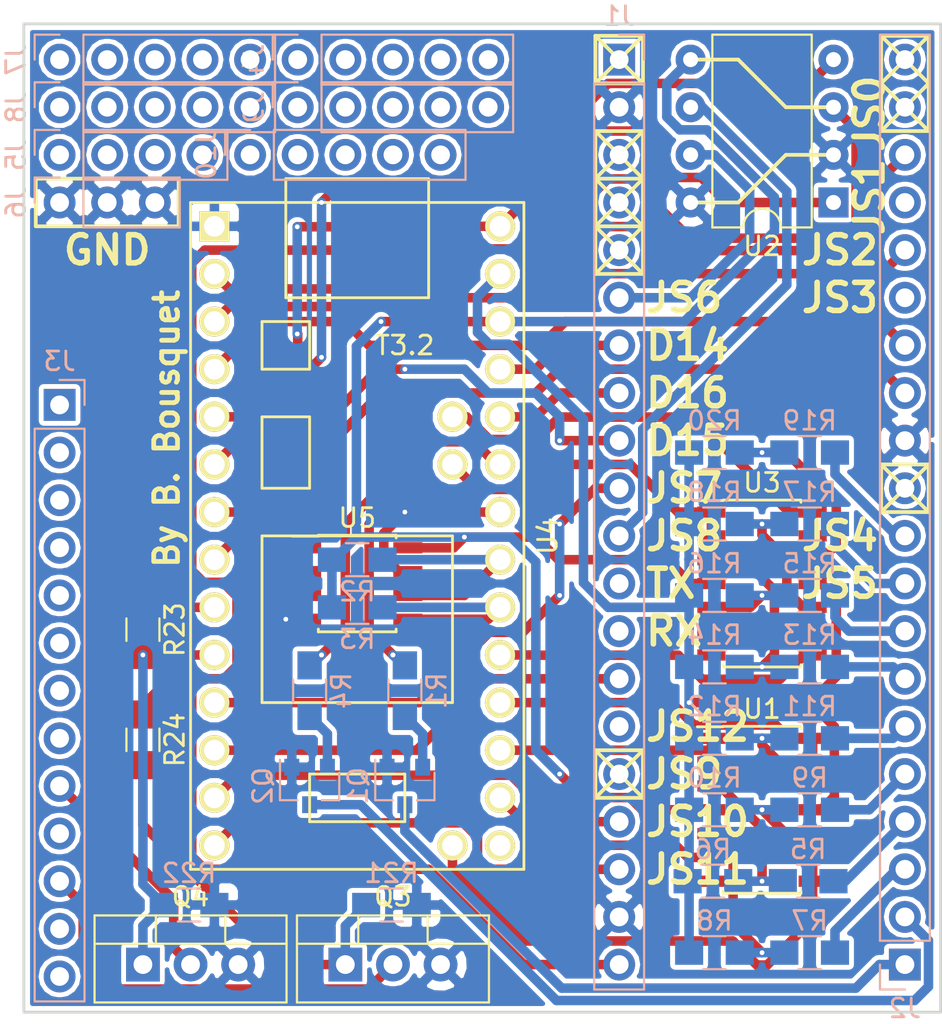
<source format=kicad_pcb>
(kicad_pcb (version 20171130) (host pcbnew "(5.0.1)-4")
  (layers (0 F.Cu signal) (31 B.Cu signal) (36 B.SilkS user) (37 F.SilkS user) (38 B.Mask user) (39 F.Mask user) (44 Edge.Cuts user))
  (net 0 "")
  (net 1 Earth)
  (net 2 CANH)
  (net 3 IGN1)
  (net 4 IGN2)
  (net 5 ECL)
  (net 6 CANL)
  (net 7 IRQ0)
  (net 8 IRQ1)
  (net 9 +5V)
  (net 10 "Net-(J2-Pad1)")
  (net 11 "Net-(J2-Pad2)")
  (net 12 AD0)
  (net 13 AD1)
  (net 14 AD2)
  (net 15 AD3)
  (net 16 AD4)
  (net 17 AD5)
  (net 18 AD6)
  (net 19 AD7)
  (net 20 FP)
  (net 21 Idle)
  (net 22 JS2)
  (net 23 JS0)
  (net 24 "Net-(Q1-Pad2)")
  (net 25 "Net-(Q2-Pad2)")
  (net 26 INJ1)
  (net 27 INJ2)
  (net 28 "Net-(R5-Pad2)")
  (net 29 "Net-(R7-Pad2)")
  (net 30 "Net-(R10-Pad1)")
  (net 31 "Net-(R11-Pad2)")
  (net 32 "Net-(R13-Pad2)")
  (net 33 "Net-(R15-Pad2)")
  (net 34 "Net-(R17-Pad2)")
  (net 35 "Net-(R19-Pad2)")
  (net 36 A0)
  (net 37 +3V3)
  (net 38 A1)
  (net 39 A2)
  (net 40 A3)
  (net 41 "Net-(U2-Pad1)")
  (net 42 "Net-(U2-Pad4)")
  (net 43 A4)
  (net 44 A5)
  (net 45 A6)
  (net 46 INJ3)
  (net 47 INJ4)
  (net 48 JS7)
  (net 49 A7)
  (net 50 GNDA)
  (net 51 "Net-(R2-Pad2)")
  (net 52 "Net-(R3-Pad2)")
  (net 53 FAN)
  (net 54 "Net-(J3-Pad11)")
  (net 55 "Net-(J3-Pad9)")
  (net 56 "Net-(Q3-Pad1)")
  (net 57 "Net-(Q4-Pad1)")
  (module teensy:Teensy32 (layer F.Cu) (at 135.89 93.98 270)
    (fp_text reference U4 (at 0 -10.16 270) (layer F.SilkS))
    (fp_text value Teensy3.2)
    (fp_text user T3.2 (at -10.16 -2.54) (layer F.SilkS))
    (pad 1 thru_hole rect (at -16.51 7.62 270) (size 1.6 1.6) (drill 1.1) (layers *.Cu *.Mask F.SilkS) (net 1 Earth))
    (pad 2 thru_hole circle (at -13.97 7.62 270) (size 1.6 1.6) (drill 1.1) (layers *.Cu *.Mask F.SilkS) (net 23 JS0))
    (pad 3 thru_hole circle (at -11.43 7.62 270) (size 1.6 1.6) (drill 1.1) (layers *.Cu *.Mask F.SilkS) (net 22 JS2))
    (pad 4 thru_hole circle (at -8.89 7.62 270) (size 1.6 1.6) (drill 1.1) (layers *.Cu *.Mask F.SilkS) (net 21 Idle))
    (pad 5 thru_hole circle (at -6.35 7.62 270) (size 1.6 1.6) (drill 1.1) (layers *.Cu *.Mask F.SilkS) (net 41 "Net-(U2-Pad1)"))
    (pad 6 thru_hole circle (at -3.81 7.62 270) (size 1.6 1.6) (drill 1.1) (layers *.Cu *.Mask F.SilkS) (net 42 "Net-(U2-Pad4)"))
    (pad 7 thru_hole circle (at -1.27 7.62 270) (size 1.6 1.6) (drill 1.1) (layers *.Cu *.Mask F.SilkS) (net 5 ECL))
    (pad 8 thru_hole circle (at 1.27 7.62 270) (size 1.6 1.6) (drill 1.1) (layers *.Cu *.Mask F.SilkS) (net 20 FP))
    (pad 9 thru_hole circle (at 3.81 7.62 270) (size 1.6 1.6) (drill 1.1) (layers *.Cu *.Mask F.SilkS) (net 47 INJ4))
    (pad 10 thru_hole circle (at 6.35 7.62 270) (size 1.6 1.6) (drill 1.1) (layers *.Cu *.Mask F.SilkS) (net 46 INJ3))
    (pad 11 thru_hole circle (at 8.89 7.62 270) (size 1.6 1.6) (drill 1.1) (layers *.Cu *.Mask F.SilkS) (net 48 JS7))
    (pad 12 thru_hole circle (at 11.43 7.62 270) (size 1.6 1.6) (drill 1.1) (layers *.Cu *.Mask F.SilkS) (net 7 IRQ0))
    (pad 13 thru_hole circle (at 13.97 7.62 270) (size 1.6 1.6) (drill 1.1) (layers *.Cu *.Mask F.SilkS) (net 8 IRQ1))
    (pad 37 thru_hole circle (at -3.81 -5.08 270) (size 1.6 1.6) (drill 1.1) (layers *.Cu *.Mask F.SilkS) (net 43 A4))
    (pad 36 thru_hole circle (at -6.35 -5.08 270) (size 1.6 1.6) (drill 1.1) (layers *.Cu *.Mask F.SilkS) (net 49 A7))
    (pad 33 thru_hole circle (at -16.51 -7.62 270) (size 1.6 1.6) (drill 1.1) (layers *.Cu *.Mask F.SilkS) (net 9 +5V))
    (pad 32 thru_hole circle (at -13.97 -7.62 270) (size 1.6 1.6) (drill 1.1) (layers *.Cu *.Mask F.SilkS) (net 50 GNDA))
    (pad 31 thru_hole circle (at -11.43 -7.62 270) (size 1.6 1.6) (drill 1.1) (layers *.Cu *.Mask F.SilkS) (net 37 +3V3))
    (pad 30 thru_hole circle (at -8.89 -7.62 270) (size 1.6 1.6) (drill 1.1) (layers *.Cu *.Mask F.SilkS) (net 3 IGN1))
    (pad 29 thru_hole circle (at -6.35 -7.62 270) (size 1.6 1.6) (drill 1.1) (layers *.Cu *.Mask F.SilkS) (net 4 IGN2))
    (pad 28 thru_hole circle (at -3.81 -7.62 270) (size 1.6 1.6) (drill 1.1) (layers *.Cu *.Mask F.SilkS) (net 27 INJ2))
    (pad 27 thru_hole circle (at -1.27 -7.62 270) (size 1.6 1.6) (drill 1.1) (layers *.Cu *.Mask F.SilkS) (net 26 INJ1))
    (pad 26 thru_hole circle (at 1.27 -7.62 270) (size 1.6 1.6) (drill 1.1) (layers *.Cu *.Mask F.SilkS) (net 51 "Net-(R2-Pad2)"))
    (pad 25 thru_hole circle (at 3.81 -7.62 270) (size 1.6 1.6) (drill 1.1) (layers *.Cu *.Mask F.SilkS) (net 52 "Net-(R3-Pad2)"))
    (pad 24 thru_hole circle (at 6.35 -7.62 270) (size 1.6 1.6) (drill 1.1) (layers *.Cu *.Mask F.SilkS) (net 45 A6))
    (pad 23 thru_hole circle (at 8.89 -7.62 270) (size 1.6 1.6) (drill 1.1) (layers *.Cu *.Mask F.SilkS) (net 40 A3))
    (pad 22 thru_hole circle (at 11.43 -7.62 270) (size 1.6 1.6) (drill 1.1) (layers *.Cu *.Mask F.SilkS) (net 36 A0))
    (pad 21 thru_hole circle (at 13.97 -7.62 270) (size 1.6 1.6) (drill 1.1) (layers *.Cu *.Mask F.SilkS) (net 38 A1))
    (pad 14 thru_hole circle (at 16.51 7.62 270) (size 1.6 1.6) (drill 1.1) (layers *.Cu *.Mask F.SilkS) (net 53 FAN))
    (pad 20 thru_hole circle (at 16.51 -7.62 270) (size 1.6 1.6) (drill 1.1) (layers *.Cu *.Mask F.SilkS))
    (pad 19 thru_hole circle (at 16.51 -5.08 270) (size 1.6 1.6) (drill 1.1) (layers *.Cu *.Mask F.SilkS) (net 39 A2))
  )
  (module Housings_SOIC:SOIC-8_3.9x4.9mm_Pitch1.27mm (layer F.Cu) (at 135.89 96.52)
    (fp_text reference U5 (at 0 -3.5) (layer F.SilkS))
    (fp_text value AT24CS02-XHM)
    (pad 1 smd rect (at -2.7 -1.905) (size 1.55 0.6) (layers F.Cu F.Mask))
    (pad 2 smd rect (at -2.7 -0.635) (size 1.55 0.6) (layers F.Cu F.Mask))
    (pad 3 smd rect (at -2.7 0.635) (size 1.55 0.6) (layers F.Cu F.Mask))
    (pad 4 smd rect (at -2.7 1.905) (size 1.55 0.6) (layers F.Cu F.Mask) (net 1 Earth))
    (pad 5 smd rect (at 2.7 1.905) (size 1.55 0.6) (layers F.Cu F.Mask) (net 52 "Net-(R3-Pad2)"))
    (pad 6 smd rect (at 2.7 0.635) (size 1.55 0.6) (layers F.Cu F.Mask) (net 51 "Net-(R2-Pad2)"))
    (pad 7 smd rect (at 2.7 -0.635) (size 1.55 0.6) (layers F.Cu F.Mask) (net 1 Earth))
    (pad 8 smd rect (at 2.7 -1.905) (size 1.55 0.6) (layers F.Cu F.Mask) (net 37 +3V3))
  )
  (module Resistors_SMD:R_0805_HandSoldering (layer B.Cu) (at 135.89 97.79)
    (fp_text reference R3 (at 0 1.7) (layer B.SilkS) (effects (justify mirror)))
    (fp_text value R)
    (pad 2 smd rect (at 1.35 0) (size 1.5 1.3) (layers B.Cu B.Paste B.Mask) (net 52 "Net-(R3-Pad2)"))
    (pad 1 smd rect (at -1.35 0) (size 1.5 1.3) (layers B.Cu B.Paste B.Mask) (net 37 +3V3))
  )
  (module Resistors_SMD:R_0805_HandSoldering (layer B.Cu) (at 135.89 95.25)
    (fp_text reference R2 (at 0 1.7) (layer B.SilkS) (effects (justify mirror)))
    (fp_text value R)
    (pad 1 smd rect (at -1.35 0) (size 1.5 1.3) (layers B.Cu B.Paste B.Mask) (net 37 +3V3))
    (pad 2 smd rect (at 1.35 0) (size 1.5 1.3) (layers B.Cu B.Paste B.Mask) (net 51 "Net-(R2-Pad2)"))
  )
  (module Pin_Headers:Pin_Header_Straight_1x20_Pitch2.54mm (layer B.Cu) (at 165.1 116.84)
    (fp_text reference J2 (at 0 2.33) (layer B.SilkS) (effects (justify mirror)))
    (fp_text value Conn_01x20_Female)
    (pad 1 thru_hole rect (at 0 0) (size 1.7 1.7) (drill 1) (layers *.Cu *.Mask) (net 10 "Net-(J2-Pad1)"))
    (pad 2 thru_hole oval (at 0 -2.54) (size 1.7 1.7) (drill 1) (layers *.Cu *.Mask) (net 11 "Net-(J2-Pad2)"))
    (pad 3 thru_hole oval (at 0 -5.08) (size 1.7 1.7) (drill 1) (layers *.Cu *.Mask) (net 12 AD0))
    (pad 4 thru_hole oval (at 0 -7.62) (size 1.7 1.7) (drill 1) (layers *.Cu *.Mask) (net 13 AD1))
    (pad 5 thru_hole oval (at 0 -10.16) (size 1.7 1.7) (drill 1) (layers *.Cu *.Mask) (net 14 AD2))
    (pad 6 thru_hole oval (at 0 -12.7) (size 1.7 1.7) (drill 1) (layers *.Cu *.Mask) (net 15 AD3))
    (pad 7 thru_hole oval (at 0 -15.24) (size 1.7 1.7) (drill 1) (layers *.Cu *.Mask) (net 16 AD4))
    (pad 8 thru_hole oval (at 0 -17.78) (size 1.7 1.7) (drill 1) (layers *.Cu *.Mask) (net 17 AD5))
    (pad 9 thru_hole oval (at 0 -20.32) (size 1.7 1.7) (drill 1) (layers *.Cu *.Mask) (net 18 AD6))
    (pad 10 thru_hole oval (at 0 -22.86) (size 1.7 1.7) (drill 1) (layers *.Cu *.Mask) (net 19 AD7))
    (pad 11 thru_hole oval (at 0 -25.4) (size 1.7 1.7) (drill 1) (layers *.Cu *.Mask))
    (pad 12 thru_hole oval (at 0 -27.94 315) (size 1.7 1.7) (drill 1) (layers *.Cu *.Mask) (net 1 Earth))
    (pad 13 thru_hole oval (at 0 -30.48) (size 1.7 1.7) (drill 1) (layers *.Cu *.Mask) (net 20 FP))
    (pad 14 thru_hole oval (at 0 -33.02) (size 1.7 1.7) (drill 1) (layers *.Cu *.Mask) (net 21 Idle))
    (pad 15 thru_hole oval (at 0 -35.56) (size 1.7 1.7) (drill 1) (layers *.Cu *.Mask))
    (pad 16 thru_hole oval (at 0 -38.1) (size 1.7 1.7) (drill 1) (layers *.Cu *.Mask) (net 22 JS2))
    (pad 17 thru_hole oval (at 0 -40.64) (size 1.7 1.7) (drill 1) (layers *.Cu *.Mask))
    (pad 18 thru_hole oval (at 0 -43.18) (size 1.7 1.7) (drill 1) (layers *.Cu *.Mask) (net 23 JS0))
    (pad 19 thru_hole oval (at 0 -45.72) (size 1.7 1.7) (drill 1) (layers *.Cu *.Mask))
    (pad 20 thru_hole oval (at 0 -48.26) (size 1.7 1.7) (drill 1) (layers *.Cu *.Mask))
  )
  (module Pin_Headers:Pin_Header_Straight_1x05_Pitch2.54mm (layer B.Cu) (at 120.015 71.12 270)
    (fp_text reference J8 (at 0 2.33 270) (layer B.SilkS) (effects (justify mirror)))
    (fp_text value Conn_01x05_Male)
    (pad 1 thru_hole circle (at 0 0 270) (size 1.7 1.7) (drill 1) (layers *.Cu *.Mask))
    (pad 2 thru_hole oval (at 0 -2.54 270) (size 1.7 1.7) (drill 1) (layers *.Cu *.Mask))
    (pad 3 thru_hole oval (at 0 -5.08 270) (size 1.7 1.7) (drill 1) (layers *.Cu *.Mask))
    (pad 4 thru_hole oval (at 0 -7.62 270) (size 1.7 1.7) (drill 1) (layers *.Cu *.Mask))
    (pad 5 thru_hole oval (at 0 -10.16 270) (size 1.7 1.7) (drill 1) (layers *.Cu *.Mask))
  )
  (module Housings_SOIC:SOIC-14_3.9x8.7mm_Pitch1.27mm (layer F.Cu) (at 157.48 108.585)
    (fp_text reference U1 (at 0 -5.375) (layer F.SilkS))
    (fp_text value LMV324)
    (pad 1 smd rect (at -2.7 -3.81) (size 1.5 0.6) (layers F.Cu F.Mask) (net 36 A0))
    (pad 2 smd rect (at -2.7 -2.54) (size 1.5 0.6) (layers F.Cu F.Mask) (net 36 A0))
    (pad 3 smd rect (at -2.7 -1.27) (size 1.5 0.6) (layers F.Cu F.Mask) (net 28 "Net-(R5-Pad2)"))
    (pad 4 smd rect (at -2.7 0) (size 1.5 0.6) (layers F.Cu F.Mask) (net 37 +3V3))
    (pad 5 smd rect (at -2.7 1.27) (size 1.5 0.6) (layers F.Cu F.Mask) (net 29 "Net-(R7-Pad2)"))
    (pad 6 smd rect (at -2.7 2.54) (size 1.5 0.6) (layers F.Cu F.Mask) (net 38 A1))
    (pad 7 smd rect (at -2.7 3.81) (size 1.5 0.6) (layers F.Cu F.Mask) (net 38 A1))
    (pad 8 smd rect (at 2.7 3.81) (size 1.5 0.6) (layers F.Cu F.Mask) (net 39 A2))
    (pad 9 smd rect (at 2.7 2.54) (size 1.5 0.6) (layers F.Cu F.Mask) (net 39 A2))
    (pad 10 smd rect (at 2.7 1.27) (size 1.5 0.6) (layers F.Cu F.Mask) (net 30 "Net-(R10-Pad1)"))
    (pad 11 smd rect (at 2.7 0) (size 1.5 0.6) (layers F.Cu F.Mask) (net 50 GNDA))
    (pad 12 smd rect (at 2.7 -1.27) (size 1.5 0.6) (layers F.Cu F.Mask) (net 31 "Net-(R11-Pad2)"))
    (pad 13 smd rect (at 2.7 -2.54) (size 1.5 0.6) (layers F.Cu F.Mask) (net 40 A3))
    (pad 14 smd rect (at 2.7 -3.81) (size 1.5 0.6) (layers F.Cu F.Mask) (net 40 A3))
  )
  (module TO_SOT_Packages_SMD:SOT-23 (layer B.Cu) (at 138.43 107.315 270)
    (fp_text reference Q1 (at 0 2.5 270) (layer B.SilkS) (effects (justify mirror)))
    (fp_text value 2N2219)
    (pad 1 smd rect (at -1 0.95 270) (size 0.9 0.8) (layers B.Cu B.Mask) (net 1 Earth))
    (pad 2 smd rect (at -1 -0.95 270) (size 0.9 0.8) (layers B.Cu B.Mask) (net 24 "Net-(Q1-Pad2)"))
    (pad 3 smd rect (at 1 0 270) (size 0.9 0.8) (layers B.Cu B.Mask) (net 10 "Net-(J2-Pad1)"))
  )
  (module TO_SOT_Packages_SMD:SOT-23 (layer B.Cu) (at 133.35 107.315 270)
    (fp_text reference Q2 (at 0 2.5 270) (layer B.SilkS) (effects (justify mirror)))
    (fp_text value 2N2219)
    (pad 1 smd rect (at -1 0.95 270) (size 0.9 0.8) (layers B.Cu B.Mask) (net 1 Earth))
    (pad 2 smd rect (at -1 -0.95 270) (size 0.9 0.8) (layers B.Cu B.Mask) (net 25 "Net-(Q2-Pad2)"))
    (pad 3 smd rect (at 1 0 270) (size 0.9 0.8) (layers B.Cu B.Mask) (net 11 "Net-(J2-Pad2)"))
  )
  (module Resistors_SMD:R_0805_HandSoldering (layer B.Cu) (at 138.43 102.235 90)
    (fp_text reference R1 (at 0 1.7 90) (layer B.SilkS) (effects (justify mirror)))
    (fp_text value 1k)
    (pad 1 smd rect (at -1.35 0 90) (size 1.5 1.3) (layers B.Cu B.Mask) (net 24 "Net-(Q1-Pad2)"))
    (pad 2 smd rect (at 1.35 0 90) (size 1.5 1.3) (layers B.Cu B.Mask) (net 26 INJ1))
  )
  (module Resistors_SMD:R_0805_HandSoldering (layer B.Cu) (at 133.35 102.235 90)
    (fp_text reference R4 (at 0 1.7 90) (layer B.SilkS) (effects (justify mirror)))
    (fp_text value 1k)
    (pad 1 smd rect (at -1.35 0 90) (size 1.5 1.3) (layers B.Cu B.Mask) (net 25 "Net-(Q2-Pad2)"))
    (pad 2 smd rect (at 1.35 0 90) (size 1.5 1.3) (layers B.Cu B.Mask) (net 27 INJ2))
  )
  (module Resistors_SMD:R_0805_HandSoldering (layer B.Cu) (at 159.94 112.395 180)
    (fp_text reference R5 (at 0 1.7 180) (layer B.SilkS) (effects (justify mirror)))
    (fp_text value 180k)
    (pad 1 smd rect (at -1.35 0 180) (size 1.5 1.3) (layers B.Cu B.Mask) (net 13 AD1))
    (pad 2 smd rect (at 1.35 0 180) (size 1.5 1.3) (layers B.Cu B.Mask) (net 28 "Net-(R5-Pad2)"))
  )
  (module Resistors_SMD:R_0805_HandSoldering (layer B.Cu) (at 154.86 112.395 180)
    (fp_text reference R6 (at 0 1.7 180) (layer B.SilkS) (effects (justify mirror)))
    (fp_text value 330k)
    (pad 1 smd rect (at -1.35 0 180) (size 1.5 1.3) (layers B.Cu B.Mask) (net 28 "Net-(R5-Pad2)"))
    (pad 2 smd rect (at 1.35 0 180) (size 1.5 1.3) (layers B.Cu B.Mask) (net 50 GNDA))
  )
  (module Resistors_SMD:R_0805_HandSoldering (layer B.Cu) (at 160.02 116.205 180)
    (fp_text reference R7 (at 0 1.7 180) (layer B.SilkS) (effects (justify mirror)))
    (fp_text value 180k)
    (pad 1 smd rect (at -1.35 0 180) (size 1.5 1.3) (layers B.Cu B.Mask) (net 12 AD0))
    (pad 2 smd rect (at 1.35 0 180) (size 1.5 1.3) (layers B.Cu B.Mask) (net 29 "Net-(R7-Pad2)"))
  )
  (module Resistors_SMD:R_0805_HandSoldering (layer B.Cu) (at 154.94 116.205 180)
    (fp_text reference R8 (at 0 1.7 180) (layer B.SilkS) (effects (justify mirror)))
    (fp_text value 330k)
    (pad 1 smd rect (at -1.35 0 180) (size 1.5 1.3) (layers B.Cu B.Mask) (net 29 "Net-(R7-Pad2)"))
    (pad 2 smd rect (at 1.35 0 180) (size 1.5 1.3) (layers B.Cu B.Mask) (net 50 GNDA))
  )
  (module Resistors_SMD:R_0805_HandSoldering (layer B.Cu) (at 160.02 108.585 180)
    (fp_text reference R9 (at 0 1.7 180) (layer B.SilkS) (effects (justify mirror)))
    (fp_text value 180k)
    (pad 1 smd rect (at -1.35 0 180) (size 1.5 1.3) (layers B.Cu B.Mask) (net 14 AD2))
    (pad 2 smd rect (at 1.35 0 180) (size 1.5 1.3) (layers B.Cu B.Mask) (net 30 "Net-(R10-Pad1)"))
  )
  (module Resistors_SMD:R_0805_HandSoldering (layer B.Cu) (at 154.94 108.585 180)
    (fp_text reference R10 (at 0 1.7 180) (layer B.SilkS) (effects (justify mirror)))
    (fp_text value 330k)
    (pad 1 smd rect (at -1.35 0 180) (size 1.5 1.3) (layers B.Cu B.Mask) (net 30 "Net-(R10-Pad1)"))
    (pad 2 smd rect (at 1.35 0 180) (size 1.5 1.3) (layers B.Cu B.Mask) (net 50 GNDA))
  )
  (module Resistors_SMD:R_0805_HandSoldering (layer B.Cu) (at 160.02 104.775 180)
    (fp_text reference R11 (at 0 1.7 180) (layer B.SilkS) (effects (justify mirror)))
    (fp_text value 180k)
    (pad 1 smd rect (at -1.35 0 180) (size 1.5 1.3) (layers B.Cu B.Mask) (net 15 AD3))
    (pad 2 smd rect (at 1.35 0 180) (size 1.5 1.3) (layers B.Cu B.Mask) (net 31 "Net-(R11-Pad2)"))
  )
  (module Resistors_SMD:R_0805_HandSoldering (layer B.Cu) (at 154.94 104.775 180)
    (fp_text reference R12 (at 0 1.7 180) (layer B.SilkS) (effects (justify mirror)))
    (fp_text value 330k)
    (pad 1 smd rect (at -1.35 0 180) (size 1.5 1.3) (layers B.Cu B.Mask) (net 31 "Net-(R11-Pad2)"))
    (pad 2 smd rect (at 1.35 0 180) (size 1.5 1.3) (layers B.Cu B.Mask) (net 50 GNDA))
  )
  (module Resistors_SMD:R_0805_HandSoldering (layer B.Cu) (at 160.02 100.965 180)
    (fp_text reference R13 (at 0 1.7 180) (layer B.SilkS) (effects (justify mirror)))
    (fp_text value 180k)
    (pad 1 smd rect (at -1.35 0 180) (size 1.5 1.3) (layers B.Cu B.Mask) (net 16 AD4))
    (pad 2 smd rect (at 1.35 0 180) (size 1.5 1.3) (layers B.Cu B.Mask) (net 32 "Net-(R13-Pad2)"))
  )
  (module Resistors_SMD:R_0805_HandSoldering (layer B.Cu) (at 154.94 100.965 180)
    (fp_text reference R14 (at 0 1.7 180) (layer B.SilkS) (effects (justify mirror)))
    (fp_text value 330k)
    (pad 1 smd rect (at -1.35 0 180) (size 1.5 1.3) (layers B.Cu B.Mask) (net 32 "Net-(R13-Pad2)"))
    (pad 2 smd rect (at 1.35 0 180) (size 1.5 1.3) (layers B.Cu B.Mask) (net 50 GNDA))
  )
  (module Resistors_SMD:R_0805_HandSoldering (layer B.Cu) (at 160.02 97.155 180)
    (fp_text reference R15 (at 0 1.7 180) (layer B.SilkS) (effects (justify mirror)))
    (fp_text value 180k)
    (pad 1 smd rect (at -1.35 0 180) (size 1.5 1.3) (layers B.Cu B.Mask) (net 17 AD5))
    (pad 2 smd rect (at 1.35 0 180) (size 1.5 1.3) (layers B.Cu B.Mask) (net 33 "Net-(R15-Pad2)"))
  )
  (module Resistors_SMD:R_0805_HandSoldering (layer B.Cu) (at 154.94 97.155 180)
    (fp_text reference R16 (at 0 1.7 180) (layer B.SilkS) (effects (justify mirror)))
    (fp_text value 330k)
    (pad 1 smd rect (at -1.35 0 180) (size 1.5 1.3) (layers B.Cu B.Mask) (net 33 "Net-(R15-Pad2)"))
    (pad 2 smd rect (at 1.35 0 180) (size 1.5 1.3) (layers B.Cu B.Mask) (net 50 GNDA))
  )
  (module Resistors_SMD:R_0805_HandSoldering (layer B.Cu) (at 160.02 93.345 180)
    (fp_text reference R17 (at 0 1.7 180) (layer B.SilkS) (effects (justify mirror)))
    (fp_text value 180k)
    (pad 1 smd rect (at -1.35 0 180) (size 1.5 1.3) (layers B.Cu B.Mask) (net 18 AD6))
    (pad 2 smd rect (at 1.35 0 180) (size 1.5 1.3) (layers B.Cu B.Mask) (net 34 "Net-(R17-Pad2)"))
  )
  (module Resistors_SMD:R_0805_HandSoldering (layer B.Cu) (at 154.94 93.345 180)
    (fp_text reference R18 (at 0 1.7 180) (layer B.SilkS) (effects (justify mirror)))
    (fp_text value 330k)
    (pad 1 smd rect (at -1.35 0 180) (size 1.5 1.3) (layers B.Cu B.Mask) (net 34 "Net-(R17-Pad2)"))
    (pad 2 smd rect (at 1.35 0 180) (size 1.5 1.3) (layers B.Cu B.Mask) (net 50 GNDA))
  )
  (module Resistors_SMD:R_0805_HandSoldering (layer B.Cu) (at 160.02 89.535 180)
    (fp_text reference R19 (at 0 1.7 180) (layer B.SilkS) (effects (justify mirror)))
    (fp_text value 180k)
    (pad 1 smd rect (at -1.35 0 180) (size 1.5 1.3) (layers B.Cu B.Mask) (net 19 AD7))
    (pad 2 smd rect (at 1.35 0 180) (size 1.5 1.3) (layers B.Cu B.Mask) (net 35 "Net-(R19-Pad2)"))
  )
  (module Resistors_SMD:R_0805_HandSoldering (layer B.Cu) (at 154.94 89.535 180)
    (fp_text reference R20 (at 0 1.7 180) (layer B.SilkS) (effects (justify mirror)))
    (fp_text value 330k)
    (pad 1 smd rect (at -1.35 0 180) (size 1.5 1.3) (layers B.Cu B.Mask) (net 35 "Net-(R19-Pad2)"))
    (pad 2 smd rect (at 1.35 0 180) (size 1.5 1.3) (layers B.Cu B.Mask) (net 50 GNDA))
  )
  (module Housings_DIP:DIP-8_W7.62mm (layer F.Cu) (at 161.29 76.2 180)
    (fp_text reference U2 (at 3.81 -2.33 180) (layer F.SilkS))
    (fp_text value MCP2562-E/P)
    (pad 1 thru_hole rect (at 0 0 180) (size 1.6 1.6) (drill 0.8) (layers *.Cu *.Mask) (net 41 "Net-(U2-Pad1)"))
    (pad 5 thru_hole oval (at 7.62 7.62 180) (size 1.6 1.6) (drill 0.8) (layers *.Cu *.Mask) (net 37 +3V3))
    (pad 2 thru_hole oval (at 0 2.54 225) (size 1.6 1.6) (drill 0.8) (layers *.Cu *.Mask) (net 1 Earth))
    (pad 6 thru_hole oval (at 7.62 5.08 180) (size 1.6 1.6) (drill 0.8) (layers *.Cu *.Mask) (net 6 CANL))
    (pad 3 thru_hole oval (at 0 5.08 180) (size 1.6 1.6) (drill 0.8) (layers *.Cu *.Mask) (net 9 +5V))
    (pad 7 thru_hole oval (at 7.62 2.54 180) (size 1.6 1.6) (drill 0.8) (layers *.Cu *.Mask) (net 2 CANH))
    (pad 4 thru_hole oval (at 0 7.62 180) (size 1.6 1.6) (drill 0.8) (layers *.Cu *.Mask) (net 42 "Net-(U2-Pad4)"))
    (pad 8 thru_hole oval (at 7.62 0 225) (size 1.6 1.6) (drill 0.8) (layers *.Cu *.Mask) (net 1 Earth))
  )
  (module Pin_Headers:Pin_Header_Straight_1x05_Pitch2.54mm (layer B.Cu) (at 132.715 68.58 270)
    (fp_text reference J4 (at 0 2.33 270) (layer B.SilkS) (effects (justify mirror)))
    (fp_text value Conn_01x05_Male)
    (pad 1 thru_hole circle (at 0 0 270) (size 1.7 1.7) (drill 1) (layers *.Cu *.Mask))
    (pad 2 thru_hole oval (at 0 -2.54 270) (size 1.7 1.7) (drill 1) (layers *.Cu *.Mask))
    (pad 3 thru_hole oval (at 0 -5.08 270) (size 1.7 1.7) (drill 1) (layers *.Cu *.Mask))
    (pad 4 thru_hole oval (at 0 -7.62 270) (size 1.7 1.7) (drill 1) (layers *.Cu *.Mask))
    (pad 5 thru_hole oval (at 0 -10.16 270) (size 1.7 1.7) (drill 1) (layers *.Cu *.Mask))
  )
  (module Pin_Headers:Pin_Header_Straight_1x04_Pitch2.54mm (layer B.Cu) (at 120.015 73.66 270)
    (fp_text reference J5 (at 0 2.33 270) (layer B.SilkS) (effects (justify mirror)))
    (fp_text value Conn_01x04_Male)
    (pad 1 thru_hole circle (at 0 0 270) (size 1.7 1.7) (drill 1) (layers *.Cu *.Mask))
    (pad 2 thru_hole oval (at 0 -2.54 270) (size 1.7 1.7) (drill 1) (layers *.Cu *.Mask))
    (pad 3 thru_hole oval (at 0 -5.08 270) (size 1.7 1.7) (drill 1) (layers *.Cu *.Mask))
    (pad 4 thru_hole oval (at 0 -7.62 270) (size 1.7 1.7) (drill 1) (layers *.Cu *.Mask))
  )
  (module Pin_Headers:Pin_Header_Straight_1x03_Pitch2.54mm (layer B.Cu) (at 120.015 76.2 270)
    (fp_text reference J6 (at 0 2.33 270) (layer B.SilkS) (effects (justify mirror)))
    (fp_text value Conn_01x03_Male)
    (pad 1 thru_hole circle (at 0 0 270) (size 1.7 1.7) (drill 1) (layers *.Cu *.Mask) (net 1 Earth))
    (pad 2 thru_hole oval (at 0 -2.54 225) (size 1.7 1.7) (drill 1) (layers *.Cu *.Mask) (net 1 Earth))
    (pad 3 thru_hole oval (at 0 -5.08 225) (size 1.7 1.7) (drill 1) (layers *.Cu *.Mask) (net 1 Earth))
  )
  (module Pin_Headers:Pin_Header_Straight_1x05_Pitch2.54mm (layer B.Cu) (at 120.015 68.58 270)
    (fp_text reference J7 (at 0 2.33 270) (layer B.SilkS) (effects (justify mirror)))
    (fp_text value Conn_01x05_Male)
    (pad 1 thru_hole circle (at 0 0 270) (size 1.7 1.7) (drill 1) (layers *.Cu *.Mask))
    (pad 2 thru_hole oval (at 0 -2.54 270) (size 1.7 1.7) (drill 1) (layers *.Cu *.Mask))
    (pad 3 thru_hole oval (at 0 -5.08 270) (size 1.7 1.7) (drill 1) (layers *.Cu *.Mask))
    (pad 4 thru_hole oval (at 0 -7.62 270) (size 1.7 1.7) (drill 1) (layers *.Cu *.Mask))
    (pad 5 thru_hole oval (at 0 -10.16 270) (size 1.7 1.7) (drill 1) (layers *.Cu *.Mask))
  )
  (module Pin_Headers:Pin_Header_Straight_1x05_Pitch2.54mm (layer B.Cu) (at 132.715 71.12 270)
    (fp_text reference J9 (at 0 2.33 270) (layer B.SilkS) (effects (justify mirror)))
    (fp_text value Conn_01x05_Male)
    (pad 1 thru_hole circle (at 0 0 270) (size 1.7 1.7) (drill 1) (layers *.Cu *.Mask))
    (pad 2 thru_hole oval (at 0 -2.54 270) (size 1.7 1.7) (drill 1) (layers *.Cu *.Mask))
    (pad 3 thru_hole oval (at 0 -5.08 270) (size 1.7 1.7) (drill 1) (layers *.Cu *.Mask))
    (pad 4 thru_hole oval (at 0 -7.62 270) (size 1.7 1.7) (drill 1) (layers *.Cu *.Mask))
    (pad 5 thru_hole oval (at 0 -10.16 270) (size 1.7 1.7) (drill 1) (layers *.Cu *.Mask))
  )
  (module Pin_Headers:Pin_Header_Straight_1x20_Pitch2.54mm (layer B.Cu) (at 149.86 68.58 180)
    (fp_text reference J1 (at 0 2.33 180) (layer B.SilkS) (effects (justify mirror)))
    (fp_text value Conn_01x20_Female)
    (pad 1 thru_hole rect (at 0 0 180) (size 1.7 1.7) (drill 1) (layers *.Cu *.Mask))
    (pad 2 thru_hole oval (at 0 -2.54 135) (size 1.7 1.7) (drill 1) (layers *.Cu *.Mask) (net 1 Earth))
    (pad 3 thru_hole oval (at 0 -5.08 180) (size 1.7 1.7) (drill 1) (layers *.Cu *.Mask))
    (pad 4 thru_hole oval (at 0 -7.62 180) (size 1.7 1.7) (drill 1) (layers *.Cu *.Mask))
    (pad 5 thru_hole oval (at 0 -10.16 180) (size 1.7 1.7) (drill 1) (layers *.Cu *.Mask))
    (pad 6 thru_hole oval (at 0 -12.7 180) (size 1.7 1.7) (drill 1) (layers *.Cu *.Mask) (net 2 CANH))
    (pad 7 thru_hole oval (at 0 -15.24 180) (size 1.7 1.7) (drill 1) (layers *.Cu *.Mask) (net 3 IGN1))
    (pad 8 thru_hole oval (at 0 -17.78 180) (size 1.7 1.7) (drill 1) (layers *.Cu *.Mask) (net 4 IGN2))
    (pad 9 thru_hole oval (at 0 -20.32 180) (size 1.7 1.7) (drill 1) (layers *.Cu *.Mask) (net 5 ECL))
    (pad 10 thru_hole oval (at 0 -22.86 180) (size 1.7 1.7) (drill 1) (layers *.Cu *.Mask) (net 48 JS7))
    (pad 11 thru_hole oval (at 0 -25.4 180) (size 1.7 1.7) (drill 1) (layers *.Cu *.Mask) (net 6 CANL))
    (pad 12 thru_hole oval (at 0 -27.94 180) (size 1.7 1.7) (drill 1) (layers *.Cu *.Mask))
    (pad 13 thru_hole oval (at 0 -30.48 180) (size 1.7 1.7) (drill 1) (layers *.Cu *.Mask))
    (pad 14 thru_hole oval (at 0 -33.02 180) (size 1.7 1.7) (drill 1) (layers *.Cu *.Mask) (net 7 IRQ0))
    (pad 15 thru_hole oval (at 0 -35.56 180) (size 1.7 1.7) (drill 1) (layers *.Cu *.Mask))
    (pad 16 thru_hole oval (at 0 -38.1 180) (size 1.7 1.7) (drill 1) (layers *.Cu *.Mask))
    (pad 17 thru_hole oval (at 0 -40.64 180) (size 1.7 1.7) (drill 1) (layers *.Cu *.Mask) (net 8 IRQ1))
    (pad 18 thru_hole oval (at 0 -43.18 180) (size 1.7 1.7) (drill 1) (layers *.Cu *.Mask) (net 53 FAN))
    (pad 19 thru_hole oval (at 0 -45.72 135) (size 1.7 1.7) (drill 1) (layers *.Cu *.Mask) (net 1 Earth))
    (pad 20 thru_hole oval (at 0 -48.26 180) (size 1.7 1.7) (drill 1) (layers *.Cu *.Mask) (net 9 +5V))
  )
  (module Housings_SOIC:SOIC-14_3.9x8.7mm_Pitch1.27mm (layer F.Cu) (at 157.48 96.52)
    (fp_text reference U3 (at 0 -5.375) (layer F.SilkS))
    (fp_text value LMV324)
    (pad 14 smd rect (at 2.7 -3.81) (size 1.5 0.6) (layers F.Cu F.Paste F.Mask) (net 49 A7))
    (pad 13 smd rect (at 2.7 -2.54) (size 1.5 0.6) (layers F.Cu F.Paste F.Mask) (net 49 A7))
    (pad 12 smd rect (at 2.7 -1.27) (size 1.5 0.6) (layers F.Cu F.Paste F.Mask) (net 35 "Net-(R19-Pad2)"))
    (pad 11 smd rect (at 2.7 0) (size 1.5 0.6) (layers F.Cu F.Paste F.Mask) (net 50 GNDA))
    (pad 10 smd rect (at 2.7 1.27) (size 1.5 0.6) (layers F.Cu F.Paste F.Mask) (net 34 "Net-(R17-Pad2)"))
    (pad 9 smd rect (at 2.7 2.54) (size 1.5 0.6) (layers F.Cu F.Paste F.Mask) (net 45 A6))
    (pad 8 smd rect (at 2.7 3.81) (size 1.5 0.6) (layers F.Cu F.Paste F.Mask) (net 45 A6))
    (pad 7 smd rect (at -2.7 3.81) (size 1.5 0.6) (layers F.Cu F.Paste F.Mask) (net 44 A5))
    (pad 6 smd rect (at -2.7 2.54) (size 1.5 0.6) (layers F.Cu F.Paste F.Mask) (net 44 A5))
    (pad 5 smd rect (at -2.7 1.27) (size 1.5 0.6) (layers F.Cu F.Paste F.Mask) (net 33 "Net-(R15-Pad2)"))
    (pad 4 smd rect (at -2.7 0) (size 1.5 0.6) (layers F.Cu F.Paste F.Mask) (net 37 +3V3))
    (pad 3 smd rect (at -2.7 -1.27) (size 1.5 0.6) (layers F.Cu F.Paste F.Mask) (net 32 "Net-(R13-Pad2)"))
    (pad 2 smd rect (at -2.7 -2.54) (size 1.5 0.6) (layers F.Cu F.Paste F.Mask) (net 43 A4))
    (pad 1 smd rect (at -2.7 -3.81) (size 1.5 0.6) (layers F.Cu F.Paste F.Mask) (net 43 A4))
  )
  (module Pin_Headers:Pin_Header_Straight_1x13_Pitch2.54mm (layer B.Cu) (at 120.015 86.995 180)
    (fp_text reference J3 (at 0 2.33 180) (layer B.SilkS) (effects (justify mirror)))
    (fp_text value Conn_01x13_Male)
    (pad 13 thru_hole oval (at 0 -30.48 180) (size 1.7 1.7) (drill 1) (layers *.Cu *.Mask))
    (pad 12 thru_hole oval (at 0 -27.94 180) (size 1.7 1.7) (drill 1) (layers *.Cu *.Mask))
    (pad 11 thru_hole oval (at 0 -25.4 180) (size 1.7 1.7) (drill 1) (layers *.Cu *.Mask) (net 54 "Net-(J3-Pad11)"))
    (pad 10 thru_hole oval (at 0 -22.86 180) (size 1.7 1.7) (drill 1) (layers *.Cu *.Mask))
    (pad 9 thru_hole oval (at 0 -20.32 180) (size 1.7 1.7) (drill 1) (layers *.Cu *.Mask) (net 55 "Net-(J3-Pad9)"))
    (pad 8 thru_hole oval (at 0 -17.78 180) (size 1.7 1.7) (drill 1) (layers *.Cu *.Mask))
    (pad 7 thru_hole oval (at 0 -15.24 180) (size 1.7 1.7) (drill 1) (layers *.Cu *.Mask))
    (pad 6 thru_hole oval (at 0 -12.7 180) (size 1.7 1.7) (drill 1) (layers *.Cu *.Mask))
    (pad 5 thru_hole oval (at 0 -10.16 180) (size 1.7 1.7) (drill 1) (layers *.Cu *.Mask))
    (pad 4 thru_hole oval (at 0 -7.62 180) (size 1.7 1.7) (drill 1) (layers *.Cu *.Mask))
    (pad 3 thru_hole oval (at 0 -5.08 180) (size 1.7 1.7) (drill 1) (layers *.Cu *.Mask))
    (pad 2 thru_hole oval (at 0 -2.54 180) (size 1.7 1.7) (drill 1) (layers *.Cu *.Mask))
    (pad 1 thru_hole rect (at 0 0 180) (size 1.7 1.7) (drill 1) (layers *.Cu *.Mask))
  )
  (module TO_SOT_Packages_THT:TO-220-3_Vertical (layer F.Cu) (at 135.255 116.84)
    (fp_text reference Q3 (at 2.54 -3.62) (layer F.SilkS))
    (fp_text value Q_NMOS_GDS)
    (pad 1 thru_hole rect (at 0 0) (size 1.8 1.8) (drill 1) (layers *.Cu *.Mask) (net 56 "Net-(Q3-Pad1)"))
    (pad 2 thru_hole oval (at 2.54 0) (size 1.8 1.8) (drill 1) (layers *.Cu *.Mask) (net 54 "Net-(J3-Pad11)"))
    (pad 3 thru_hole oval (at 5.08 0 45) (size 1.8 1.8) (drill 1) (layers *.Cu *.Mask) (net 1 Earth))
  )
  (module TO_SOT_Packages_THT:TO-220-3_Vertical (layer F.Cu) (at 124.46 116.84)
    (fp_text reference Q4 (at 2.54 -3.62) (layer F.SilkS))
    (fp_text value Q_NMOS_GDS)
    (pad 3 thru_hole oval (at 5.08 0 45) (size 1.8 1.8) (drill 1) (layers *.Cu *.Mask) (net 1 Earth))
    (pad 2 thru_hole oval (at 2.54 0) (size 1.8 1.8) (drill 1) (layers *.Cu *.Mask) (net 55 "Net-(J3-Pad9)"))
    (pad 1 thru_hole rect (at 0 0) (size 1.8 1.8) (drill 1) (layers *.Cu *.Mask) (net 57 "Net-(Q4-Pad1)"))
  )
  (module Resistors_SMD:R_0805_HandSoldering (layer B.Cu) (at 137.715 113.665 180)
    (fp_text reference R21 (at 0 1.7 180) (layer B.SilkS) (effects (justify mirror)))
    (fp_text value R)
    (pad 1 smd rect (at -1.35 0 180) (size 1.5 1.3) (layers B.Cu B.Paste B.Mask) (net 1 Earth))
    (pad 2 smd rect (at 1.35 0 180) (size 1.5 1.3) (layers B.Cu B.Paste B.Mask) (net 56 "Net-(Q3-Pad1)"))
  )
  (module Resistors_SMD:R_0805_HandSoldering (layer B.Cu) (at 126.92 113.665 180)
    (fp_text reference R22 (at 0 1.7 180) (layer B.SilkS) (effects (justify mirror)))
    (fp_text value R)
    (pad 2 smd rect (at 1.35 0 180) (size 1.5 1.3) (layers B.Cu B.Paste B.Mask) (net 57 "Net-(Q4-Pad1)"))
    (pad 1 smd rect (at -1.35 0 180) (size 1.5 1.3) (layers B.Cu B.Paste B.Mask) (net 1 Earth))
  )
  (module Resistors_SMD:R_0805_HandSoldering (layer F.Cu) (at 124.46 98.98 270)
    (fp_text reference R23 (at 0 -1.7 270) (layer F.SilkS))
    (fp_text value R)
    (pad 2 smd rect (at 1.35 0 270) (size 1.5 1.3) (layers F.Cu F.Paste F.Mask) (net 57 "Net-(Q4-Pad1)"))
    (pad 1 smd rect (at -1.35 0 270) (size 1.5 1.3) (layers F.Cu F.Paste F.Mask) (net 47 INJ4))
  )
  (module Resistors_SMD:R_0805_HandSoldering (layer F.Cu) (at 124.46 104.855 270)
    (fp_text reference R24 (at 0 -1.7 270) (layer F.SilkS))
    (fp_text value R)
    (pad 1 smd rect (at -1.35 0 270) (size 1.5 1.3) (layers F.Cu F.Paste F.Mask) (net 46 INJ3))
    (pad 2 smd rect (at 1.35 0 270) (size 1.5 1.3) (layers F.Cu F.Paste F.Mask) (net 56 "Net-(Q3-Pad1)"))
  )
  (module Pin_Headers:Pin_Header_Straight_1x05_Pitch2.54mm (layer B.Cu) (at 130.175 73.66 270)
    (fp_text reference J10 (at 0 2.33 270) (layer B.SilkS) (effects (justify mirror)))
    (fp_text value Conn_01x05_Male)
    (pad 5 thru_hole oval (at 0 -10.16 270) (size 1.7 1.7) (drill 1) (layers *.Cu *.Mask))
    (pad 4 thru_hole oval (at 0 -7.62 270) (size 1.7 1.7) (drill 1) (layers *.Cu *.Mask))
    (pad 3 thru_hole oval (at 0 -5.08 270) (size 1.7 1.7) (drill 1) (layers *.Cu *.Mask))
    (pad 2 thru_hole oval (at 0 -2.54 270) (size 1.7 1.7) (drill 1) (layers *.Cu *.Mask))
    (pad 1 thru_hole circle (at 0 0 270) (size 1.7 1.7) (drill 1) (layers *.Cu *.Mask))
  )
  (gr_line (start 126.365 74.93) (end 118.745 74.93) (layer F.SilkS) (width 0.2))
  (gr_line (start 126.365 77.47) (end 126.365 74.93) (layer F.SilkS) (width 0.2))
  (gr_line (start 118.745 77.47) (end 126.365 77.47) (layer F.SilkS) (width 0.2))
  (gr_line (start 118.745 74.93) (end 118.745 77.47) (layer F.SilkS) (width 0.2))
  (gr_line (start 148.59 107.95) (end 151.13 107.95) (layer F.SilkS) (width 0.2))
  (gr_line (start 151.13 105.41) (end 148.59 105.41) (layer F.SilkS) (width 0.2))
  (gr_line (start 151.13 107.95) (end 151.13 105.41) (layer F.SilkS) (width 0.2))
  (gr_line (start 148.59 105.41) (end 151.13 107.95) (layer F.SilkS) (width 0.2))
  (gr_line (start 148.59 107.95) (end 148.59 105.41) (layer F.SilkS) (width 0.2))
  (gr_line (start 151.13 105.41) (end 148.59 107.95) (layer F.SilkS) (width 0.2))
  (gr_line (start 166.37 92.71) (end 163.83 92.71) (layer F.SilkS) (width 0.2))
  (gr_line (start 166.37 90.17) (end 166.37 92.71) (layer F.SilkS) (width 0.2))
  (gr_line (start 163.83 90.17) (end 166.37 90.17) (layer F.SilkS) (width 0.2))
  (gr_line (start 163.83 92.71) (end 163.83 90.17) (layer F.SilkS) (width 0.2))
  (gr_line (start 166.37 90.17) (end 163.83 92.71) (layer F.SilkS) (width 0.2))
  (gr_line (start 166.37 92.71) (end 166.37 90.17) (layer F.SilkS) (width 0.2))
  (gr_line (start 163.83 90.17) (end 166.37 92.71) (layer F.SilkS) (width 0.2))
  (gr_line (start 166.37 72.39) (end 166.37 67.31) (layer F.SilkS) (width 0.2))
  (gr_line (start 163.83 67.31) (end 163.83 72.39) (layer F.SilkS) (width 0.2))
  (gr_line (start 166.37 67.31) (end 163.83 67.31) (layer F.SilkS) (width 0.2))
  (gr_line (start 163.83 69.85) (end 166.37 67.31) (layer F.SilkS) (width 0.2))
  (gr_line (start 166.37 72.39) (end 163.83 69.85) (layer F.SilkS) (width 0.2))
  (gr_line (start 163.83 72.39) (end 166.37 72.39) (layer F.SilkS) (width 0.2))
  (gr_line (start 166.37 69.85) (end 163.83 72.39) (layer F.SilkS) (width 0.2))
  (gr_line (start 163.83 67.31) (end 166.37 69.85) (layer F.SilkS) (width 0.2))
  (gr_line (start 151.13 69.85) (end 148.59 69.85) (layer F.SilkS) (width 0.2))
  (gr_line (start 148.59 67.31) (end 151.13 67.31) (layer F.SilkS) (width 0.2))
  (gr_line (start 148.59 69.85) (end 148.59 67.31) (layer F.SilkS) (width 0.2))
  (gr_line (start 151.13 67.31) (end 148.59 69.85) (layer F.SilkS) (width 0.2))
  (gr_line (start 151.13 69.85) (end 151.13 67.31) (layer F.SilkS) (width 0.2))
  (gr_line (start 148.59 67.31) (end 151.13 69.85) (layer F.SilkS) (width 0.2))
  (gr_line (start 151.13 77.47) (end 148.59 77.47) (layer F.SilkS) (width 0.2))
  (gr_line (start 148.59 80.01) (end 151.13 80.01) (layer F.SilkS) (width 0.2))
  (gr_line (start 151.13 72.39) (end 148.59 72.39) (layer F.SilkS) (width 0.2))
  (gr_line (start 148.59 74.93) (end 151.13 74.93) (layer F.SilkS) (width 0.2))
  (gr_line (start 151.13 72.39) (end 148.59 74.93) (layer F.SilkS) (width 0.2))
  (gr_line (start 151.13 74.93) (end 151.13 72.39) (layer F.SilkS) (width 0.2))
  (gr_line (start 148.59 72.39) (end 151.13 74.93) (layer F.SilkS) (width 0.2))
  (gr_line (start 148.59 77.47) (end 148.59 72.39) (layer F.SilkS) (width 0.2))
  (gr_line (start 151.13 74.93) (end 148.59 77.47) (layer F.SilkS) (width 0.2))
  (gr_line (start 151.13 77.47) (end 151.13 74.93) (layer F.SilkS) (width 0.2))
  (gr_line (start 148.59 74.93) (end 151.13 77.47) (layer F.SilkS) (width 0.2))
  (gr_line (start 148.59 80.01) (end 148.59 74.93) (layer F.SilkS) (width 0.2))
  (gr_line (start 151.13 77.47) (end 148.59 80.01) (layer F.SilkS) (width 0.2))
  (gr_line (start 151.13 80.01) (end 151.13 77.47) (layer F.SilkS) (width 0.2))
  (gr_line (start 148.59 77.47) (end 151.13 80.01) (layer F.SilkS) (width 0.2))
  (gr_text D14 (at 151.13 83.82) (layer F.SilkS) (effects (font (size 1.5 1.5) (thickness 0.3)) (justify left)))
  (gr_text D16 (at 151.13 86.36) (layer F.SilkS) (effects (font (size 1.5 1.5) (thickness 0.3)) (justify left)))
  (gr_text D15 (at 151.13 88.9) (layer F.SilkS) (effects (font (size 1.5 1.5) (thickness 0.3)) (justify left)))
  (gr_text RX (at 151.13 99.06) (layer F.SilkS) (effects (font (size 1.5 1.5) (thickness 0.3)) (justify left)))
  (gr_text TX (at 151.13 96.52) (layer F.SilkS) (effects (font (size 1.5 1.5) (thickness 0.3)) (justify left)))
  (gr_text GND (at 122.555 78.74) (layer F.SilkS) (effects (font (size 1.5 1.5) (thickness 0.3))))
  (gr_line (start 118.11 66.675) (end 118.11 119.38) (layer Edge.Cuts) (width 0.15))
  (gr_line (start 118.745 66.675) (end 118.11 66.675) (layer Edge.Cuts) (width 0.15))
  (gr_line (start 167.005 66.675) (end 118.745 66.675) (layer Edge.Cuts) (width 0.15))
  (gr_line (start 167.005 119.38) (end 167.005 66.675) (layer Edge.Cuts) (width 0.15))
  (gr_line (start 118.11 119.38) (end 167.005 119.38) (layer Edge.Cuts) (width 0.15))
  (gr_text "By B. Bousquet" (at 125.73 88.265 90) (layer F.SilkS) (effects (font (size 1.27 1.27) (thickness 0.254))))
  (gr_line (start 158.75 73.66) (end 161.29 73.66) (angle 90) (layer F.SilkS) (width 0.2))
  (gr_line (start 156.21 76.2) (end 158.75 73.66) (angle 90) (layer F.SilkS) (width 0.2))
  (gr_line (start 153.67 76.2) (end 156.21 76.2) (angle 90) (layer F.SilkS) (width 0.2))
  (gr_line (start 158.75 71.12) (end 161.29 71.12) (angle 90) (layer F.SilkS) (width 0.2))
  (gr_line (start 156.21 68.58) (end 158.75 71.12) (angle 90) (layer F.SilkS) (width 0.2))
  (gr_line (start 153.67 68.58) (end 156.21 68.58) (angle 90) (layer F.SilkS) (width 0.2))
  (gr_text JS4 (at 163.83 93.98) (layer F.SilkS) (effects (font (size 1.5 1.5) (thickness 0.3)) (justify right)))
  (gr_text JS5 (at 163.83 96.52) (layer F.SilkS) (effects (font (size 1.5 1.5) (thickness 0.3)) (justify right)))
  (gr_text JS3 (at 163.83 81.28) (layer F.SilkS) (effects (font (size 1.5 1.5) (thickness 0.3)) (justify right)))
  (gr_text JS2 (at 163.83 78.74) (layer F.SilkS) (effects (font (size 1.5 1.5) (thickness 0.3)) (justify right)))
  (gr_text JS1 (at 163.195 78.105 90) (layer F.SilkS) (effects (font (size 1.5 1.5) (thickness 0.3)) (justify left)))
  (gr_text JS0 (at 163.195 73.66 90) (layer F.SilkS) (effects (font (size 1.5 1.5) (thickness 0.3)) (justify left)))
  (gr_text JS12 (at 151.13 104.14) (layer F.SilkS) (effects (font (size 1.5 1.5) (thickness 0.3)) (justify left)))
  (gr_text JS11 (at 151.13 111.76) (layer F.SilkS) (effects (font (size 1.5 1.5) (thickness 0.3)) (justify left)))
  (gr_text JS10 (at 151.13 109.22) (layer F.SilkS) (effects (font (size 1.5 1.5) (thickness 0.3)) (justify left)))
  (gr_text JS9 (at 151.13 106.68) (layer F.SilkS) (effects (font (size 1.5 1.5) (thickness 0.3)) (justify left)))
  (gr_text JS8 (at 151.13 93.98) (layer F.SilkS) (effects (font (size 1.5 1.5) (thickness 0.3)) (justify left)))
  (gr_text JS7 (at 151.13 91.44) (layer F.SilkS) (effects (font (size 1.5 1.5) (thickness 0.3)) (justify left)))
  (gr_text JS6 (at 151.13 81.28) (layer F.SilkS) (effects (font (size 1.5 1.5) (thickness 0.3)) (justify left)))
  (segment (start 133.19 98.425) (end 132.08 98.425) (width 0.508) (layer F.Cu) (net 1))
  (via (at 132.08 98.425) (size 0.508) (drill 0.254) (layers F.Cu B.Cu) (net 1))
  (segment (start 137.307 95.077) (end 137.307 93.833) (width 0.508) (layer F.Cu) (net 1))
  (segment (start 138.59 95.885) (end 138.115 95.885) (width 0.508) (layer F.Cu) (net 1))
  (segment (start 138.115 95.885) (end 137.307 95.077) (width 0.508) (layer F.Cu) (net 1))
  (via (at 138.43 92.71) (size 0.508) (drill 0.254) (layers F.Cu B.Cu) (net 1))
  (segment (start 137.307 93.833) (end 138.43 92.71) (width 0.508) (layer F.Cu) (net 1))
  (segment (start 153.67 81.28) (end 149.86 81.28) (width 0.508) (layer B.Cu) (net 2))
  (segment (start 156.81959 78.13041) (end 153.67 81.28) (width 0.508) (layer B.Cu) (net 2))
  (segment (start 156.81959 75.53959) (end 156.81959 78.13041) (width 0.508) (layer B.Cu) (net 2))
  (segment (start 153.67 73.66) (end 154.94 73.66) (width 0.508) (layer B.Cu) (net 2))
  (segment (start 154.94 73.66) (end 156.81959 75.53959) (width 0.508) (layer B.Cu) (net 2))
  (segment (start 149.86 83.82) (end 146.685 83.82) (width 0.508) (layer F.Cu) (net 3))
  (segment (start 146.685 83.82) (end 145.415 85.09) (width 0.508) (layer F.Cu) (net 3))
  (segment (start 145.415 85.09) (end 143.51 85.09) (width 0.508) (layer F.Cu) (net 3))
  (segment (start 147.955 86.36) (end 149.86 86.36) (width 0.508) (layer F.Cu) (net 4))
  (segment (start 145.415 87.63) (end 146.685 86.36) (width 0.508) (layer F.Cu) (net 4))
  (segment (start 143.51 87.63) (end 145.415 87.63) (width 0.508) (layer F.Cu) (net 4))
  (segment (start 146.685 86.36) (end 147.955 86.36) (width 0.508) (layer F.Cu) (net 4))
  (segment (start 129.40137 92.71) (end 137.02137 85.09) (width 0.508) (layer F.Cu) (net 5))
  (segment (start 128.27 92.71) (end 129.40137 92.71) (width 0.508) (layer F.Cu) (net 5))
  (via (at 138.43 85.09) (size 0.508) (drill 0.254) (layers F.Cu B.Cu) (net 5))
  (segment (start 137.02137 85.09) (end 138.43 85.09) (width 0.508) (layer F.Cu) (net 5))
  (segment (start 145.415 86.36) (end 146.685 87.63) (width 0.508) (layer B.Cu) (net 5))
  (via (at 146.685 88.9) (size 0.508) (drill 0.254) (layers F.Cu B.Cu) (net 5))
  (segment (start 146.685 87.63) (end 146.685 88.9) (width 0.508) (layer B.Cu) (net 5))
  (segment (start 146.685 88.9) (end 149.86 88.9) (width 0.508) (layer F.Cu) (net 5))
  (segment (start 141.605 85.09) (end 142.875 86.36) (width 0.508) (layer B.Cu) (net 5))
  (segment (start 138.43 85.09) (end 141.605 85.09) (width 0.508) (layer B.Cu) (net 5))
  (segment (start 142.875 86.36) (end 145.415 86.36) (width 0.508) (layer B.Cu) (net 5))
  (segment (start 150.709999 93.130001) (end 149.86 93.98) (width 0.508) (layer B.Cu) (net 6))
  (segment (start 153.67 71.12) (end 154.305 71.12) (width 0.508) (layer B.Cu) (net 6))
  (segment (start 158.800818 75.615818) (end 158.800818 80.594182) (width 0.508) (layer B.Cu) (net 6))
  (segment (start 158.800818 80.594182) (end 151.116401 88.278599) (width 0.508) (layer B.Cu) (net 6))
  (segment (start 154.305 71.12) (end 158.800818 75.615818) (width 0.508) (layer B.Cu) (net 6))
  (segment (start 151.116401 88.278599) (end 151.116401 92.723599) (width 0.508) (layer B.Cu) (net 6))
  (segment (start 151.116401 92.723599) (end 150.709999 93.130001) (width 0.508) (layer B.Cu) (net 6))
  (segment (start 128.27 105.41) (end 139.065 105.41) (width 0.508) (layer F.Cu) (net 7))
  (segment (start 142.875 101.6) (end 149.86 101.6) (width 0.508) (layer F.Cu) (net 7))
  (segment (start 139.065 105.41) (end 142.875 101.6) (width 0.508) (layer F.Cu) (net 7))
  (segment (start 129.069999 107.150001) (end 128.27 107.95) (width 0.508) (layer F.Cu) (net 8))
  (segment (start 129.476401 106.743599) (end 129.069999 107.150001) (width 0.508) (layer F.Cu) (net 8))
  (segment (start 144.089073 106.743599) (end 129.476401 106.743599) (width 0.508) (layer F.Cu) (net 8))
  (segment (start 146.565474 109.22) (end 144.089073 106.743599) (width 0.508) (layer F.Cu) (net 8))
  (segment (start 149.86 109.22) (end 146.565474 109.22) (width 0.508) (layer F.Cu) (net 8))
  (segment (start 127.063599 102.171401) (end 127.635 101.6) (width 0.508) (layer F.Cu) (net 9))
  (segment (start 127.063599 111.069073) (end 127.063599 102.171401) (width 0.508) (layer F.Cu) (net 9))
  (segment (start 127.754526 111.76) (end 127.063599 111.069073) (width 0.508) (layer F.Cu) (net 9))
  (segment (start 127.690927 96.456401) (end 127.063599 95.829073) (width 0.508) (layer F.Cu) (net 9))
  (segment (start 139.7 111.76) (end 127.754526 111.76) (width 0.508) (layer F.Cu) (net 9))
  (segment (start 149.86 116.84) (end 144.78 116.84) (width 0.508) (layer F.Cu) (net 9))
  (segment (start 144.78 116.84) (end 139.7 111.76) (width 0.508) (layer F.Cu) (net 9))
  (segment (start 128.785474 101.6) (end 129.476401 100.909073) (width 0.508) (layer F.Cu) (net 9))
  (segment (start 129.476401 100.909073) (end 129.476401 97.210927) (width 0.508) (layer F.Cu) (net 9))
  (segment (start 127.635 101.6) (end 128.785474 101.6) (width 0.508) (layer F.Cu) (net 9))
  (segment (start 128.721875 96.456401) (end 127.690927 96.456401) (width 0.508) (layer F.Cu) (net 9))
  (segment (start 129.476401 97.210927) (end 128.721875 96.456401) (width 0.508) (layer F.Cu) (net 9))
  (segment (start 149.256927 74.943599) (end 147.530525 76.670001) (width 0.508) (layer F.Cu) (net 9))
  (segment (start 153.624474 78.105) (end 150.495 74.975526) (width 0.508) (layer F.Cu) (net 9))
  (segment (start 150.495 74.975526) (end 150.495 74.943599) (width 0.508) (layer F.Cu) (net 9))
  (segment (start 161.716522 78.105) (end 153.624474 78.105) (width 0.508) (layer F.Cu) (net 9))
  (segment (start 150.495 74.943599) (end 149.256927 74.943599) (width 0.508) (layer F.Cu) (net 9))
  (segment (start 144.309999 76.670001) (end 143.51 77.47) (width 0.508) (layer F.Cu) (net 9))
  (segment (start 162.496401 77.325121) (end 161.716522 78.105) (width 0.508) (layer F.Cu) (net 9))
  (segment (start 147.530525 76.670001) (end 144.309999 76.670001) (width 0.508) (layer F.Cu) (net 9))
  (segment (start 162.496401 72.326401) (end 162.496401 77.325121) (width 0.508) (layer F.Cu) (net 9))
  (segment (start 161.29 71.12) (end 162.496401 72.326401) (width 0.508) (layer F.Cu) (net 9))
  (segment (start 136.525 77.47) (end 143.51 77.47) (width 0.508) (layer F.Cu) (net 9))
  (segment (start 135.255 78.74) (end 136.525 77.47) (width 0.508) (layer F.Cu) (net 9))
  (segment (start 127.063599 95.829073) (end 127.063599 79.430927) (width 0.508) (layer F.Cu) (net 9))
  (segment (start 127.063599 79.430927) (end 127.754526 78.74) (width 0.508) (layer F.Cu) (net 9))
  (segment (start 127.754526 78.74) (end 135.255 78.74) (width 0.508) (layer F.Cu) (net 9))
  (segment (start 163.742 116.84) (end 165.1 116.84) (width 0.508) (layer B.Cu) (net 10))
  (segment (start 162.485599 118.096401) (end 163.742 116.84) (width 0.508) (layer B.Cu) (net 10))
  (segment (start 146.790927 118.096401) (end 162.485599 118.096401) (width 0.508) (layer B.Cu) (net 10))
  (segment (start 138.43 109.735474) (end 146.790927 118.096401) (width 0.508) (layer B.Cu) (net 10))
  (segment (start 138.43 108.315) (end 138.43 109.735474) (width 0.508) (layer B.Cu) (net 10))
  (segment (start 165.949999 115.149999) (end 165.1 114.3) (width 0.508) (layer B.Cu) (net 11))
  (segment (start 166.356401 115.556401) (end 165.949999 115.149999) (width 0.508) (layer B.Cu) (net 11))
  (segment (start 166.356401 118.015121) (end 166.356401 115.556401) (width 0.508) (layer B.Cu) (net 11))
  (segment (start 165.614711 118.756811) (end 166.356401 118.015121) (width 0.508) (layer B.Cu) (net 11))
  (segment (start 146.517377 118.756811) (end 165.614711 118.756811) (width 0.508) (layer B.Cu) (net 11))
  (segment (start 136.075566 108.315) (end 146.517377 118.756811) (width 0.508) (layer B.Cu) (net 11))
  (segment (start 133.35 108.315) (end 136.075566 108.315) (width 0.508) (layer B.Cu) (net 11))
  (segment (start 164.657 111.76) (end 165.1 111.76) (width 0.508) (layer B.Cu) (net 12))
  (segment (start 161.37 115.047) (end 164.657 111.76) (width 0.508) (layer B.Cu) (net 12))
  (segment (start 161.37 116.205) (end 161.37 115.047) (width 0.508) (layer B.Cu) (net 12))
  (segment (start 161.925 112.395) (end 165.1 109.22) (width 0.508) (layer B.Cu) (net 13))
  (segment (start 161.37 112.395) (end 161.925 112.395) (width 0.508) (layer B.Cu) (net 13))
  (segment (start 163.195 108.585) (end 165.1 106.68) (width 0.508) (layer B.Cu) (net 14))
  (segment (start 161.37 108.585) (end 163.195 108.585) (width 0.508) (layer B.Cu) (net 14))
  (segment (start 164.465 104.775) (end 165.1 104.14) (width 0.508) (layer B.Cu) (net 15))
  (segment (start 161.37 104.775) (end 164.465 104.775) (width 0.508) (layer B.Cu) (net 15))
  (segment (start 164.465 100.965) (end 165.1 101.6) (width 0.508) (layer B.Cu) (net 16))
  (segment (start 161.37 100.965) (end 164.465 100.965) (width 0.508) (layer B.Cu) (net 16))
  (segment (start 163.897919 99.06) (end 165.1 99.06) (width 0.508) (layer B.Cu) (net 17))
  (segment (start 162.117 99.06) (end 163.897919 99.06) (width 0.508) (layer B.Cu) (net 17))
  (segment (start 161.37 98.313) (end 162.117 99.06) (width 0.508) (layer B.Cu) (net 17))
  (segment (start 161.37 97.155) (end 161.37 98.313) (width 0.508) (layer B.Cu) (net 17))
  (segment (start 163.897919 96.52) (end 165.1 96.52) (width 0.508) (layer B.Cu) (net 18))
  (segment (start 163.387 96.52) (end 163.897919 96.52) (width 0.508) (layer B.Cu) (net 18))
  (segment (start 161.37 94.503) (end 163.387 96.52) (width 0.508) (layer B.Cu) (net 18))
  (segment (start 161.37 93.345) (end 161.37 94.503) (width 0.508) (layer B.Cu) (net 18))
  (segment (start 164.657 93.98) (end 165.1 93.98) (width 0.508) (layer B.Cu) (net 19))
  (segment (start 161.37 90.693) (end 164.657 93.98) (width 0.508) (layer B.Cu) (net 19))
  (segment (start 161.37 89.535) (end 161.37 90.693) (width 0.508) (layer B.Cu) (net 19))
  (segment (start 137.16 86.36) (end 128.27 95.25) (width 0.508) (layer F.Cu) (net 20))
  (segment (start 145.415 86.36) (end 137.16 86.36) (width 0.508) (layer F.Cu) (net 20))
  (segment (start 146.685 85.09) (end 145.415 86.36) (width 0.508) (layer F.Cu) (net 20))
  (segment (start 165.1 86.36) (end 163.83 85.09) (width 0.508) (layer F.Cu) (net 20))
  (segment (start 163.83 85.09) (end 146.685 85.09) (width 0.508) (layer F.Cu) (net 20))
  (segment (start 163.83 82.55) (end 165.1 83.82) (width 0.508) (layer F.Cu) (net 21))
  (segment (start 128.27 85.09) (end 130.81 82.55) (width 0.508) (layer F.Cu) (net 21))
  (segment (start 130.81 82.55) (end 135.255 82.55) (width 0.508) (layer F.Cu) (net 21))
  (segment (start 135.255 82.55) (end 136.525 83.82) (width 0.508) (layer F.Cu) (net 21))
  (segment (start 136.525 83.82) (end 145.71512 83.82) (width 0.508) (layer F.Cu) (net 21))
  (segment (start 145.71512 83.82) (end 146.98512 82.55) (width 0.508) (layer F.Cu) (net 21))
  (segment (start 146.98512 82.55) (end 163.83 82.55) (width 0.508) (layer F.Cu) (net 21))
  (segment (start 148.000526 81.28) (end 149.284125 79.996401) (width 0.508) (layer F.Cu) (net 22))
  (segment (start 136.525 81.28) (end 148.000526 81.28) (width 0.508) (layer F.Cu) (net 22))
  (segment (start 136.054999 81.750001) (end 136.525 81.28) (width 0.508) (layer F.Cu) (net 22))
  (segment (start 128.27 82.55) (end 129.069999 81.750001) (width 0.508) (layer F.Cu) (net 22))
  (segment (start 129.069999 81.750001) (end 136.054999 81.750001) (width 0.508) (layer F.Cu) (net 22))
  (segment (start 149.284125 79.996401) (end 163.843599 79.996401) (width 0.508) (layer F.Cu) (net 22))
  (segment (start 163.843599 79.996401) (end 165.1 78.74) (width 0.508) (layer F.Cu) (net 22))
  (segment (start 150.495 77.483599) (end 151.776811 78.76541) (width 0.508) (layer F.Cu) (net 23))
  (segment (start 149.256927 77.483599) (end 150.495 77.483599) (width 0.508) (layer F.Cu) (net 23))
  (segment (start 129.069999 80.809999) (end 135.725001 80.809999) (width 0.508) (layer F.Cu) (net 23))
  (segment (start 137.858599 78.676401) (end 148.064125 78.676401) (width 0.508) (layer F.Cu) (net 23))
  (segment (start 148.064125 78.676401) (end 149.256927 77.483599) (width 0.508) (layer F.Cu) (net 23))
  (segment (start 128.27 80.01) (end 129.069999 80.809999) (width 0.508) (layer F.Cu) (net 23))
  (segment (start 151.776811 78.76541) (end 161.990073 78.765409) (width 0.508) (layer F.Cu) (net 23))
  (segment (start 135.725001 80.809999) (end 137.858599 78.676401) (width 0.508) (layer F.Cu) (net 23))
  (segment (start 163.156811 75.603189) (end 163.83 74.93) (width 0.508) (layer F.Cu) (net 23))
  (segment (start 163.156811 77.598671) (end 163.156811 75.603189) (width 0.508) (layer F.Cu) (net 23))
  (segment (start 162.650482 78.105) (end 163.156811 77.598671) (width 0.508) (layer F.Cu) (net 23))
  (segment (start 161.990073 78.765409) (end 162.650482 78.105) (width 0.508) (layer F.Cu) (net 23))
  (segment (start 165.1 73.66) (end 163.83 74.93) (width 0.508) (layer F.Cu) (net 23))
  (segment (start 163.83 74.93) (end 163.195 75.565) (width 0.508) (layer F.Cu) (net 23))
  (segment (start 139.38 104.535) (end 138.43 103.585) (width 0.508) (layer B.Cu) (net 24))
  (segment (start 139.38 106.315) (end 139.38 104.535) (width 0.508) (layer B.Cu) (net 24))
  (segment (start 134.3 104.535) (end 133.35 103.585) (width 0.508) (layer B.Cu) (net 25))
  (segment (start 134.3 106.315) (end 134.3 104.535) (width 0.508) (layer B.Cu) (net 25))
  (segment (start 138.43 100.885) (end 138.35 100.885) (width 0.508) (layer B.Cu) (net 26))
  (via (at 137.795 100.33) (size 0.508) (drill 0.254) (layers F.Cu B.Cu) (net 26))
  (segment (start 138.35 100.885) (end 137.795 100.33) (width 0.508) (layer B.Cu) (net 26))
  (via (at 137.795 100.33) (size 0.508) (drill 0.254) (layers F.Cu B.Cu) (net 26))
  (segment (start 142.37863 92.71) (end 143.51 92.71) (width 0.508) (layer F.Cu) (net 26))
  (segment (start 141.692829 92.024199) (end 142.37863 92.71) (width 0.508) (layer F.Cu) (net 26))
  (segment (start 137.845801 92.024199) (end 141.692829 92.024199) (width 0.508) (layer F.Cu) (net 26))
  (segment (start 136.525 93.345) (end 137.845801 92.024199) (width 0.508) (layer F.Cu) (net 26))
  (segment (start 136.525 99.06) (end 136.525 93.345) (width 0.508) (layer F.Cu) (net 26))
  (segment (start 137.795 100.33) (end 136.525 99.06) (width 0.508) (layer F.Cu) (net 26))
  (segment (start 133.35 100.885) (end 133.43 100.885) (width 0.508) (layer B.Cu) (net 27))
  (via (at 133.985 100.33) (size 0.508) (drill 0.254) (layers F.Cu B.Cu) (net 27))
  (segment (start 133.43 100.885) (end 133.985 100.33) (width 0.508) (layer B.Cu) (net 27))
  (via (at 133.985 100.33) (size 0.508) (drill 0.254) (layers F.Cu B.Cu) (net 27))
  (segment (start 143.330566 90.17) (end 143.51 90.17) (width 0.508) (layer F.Cu) (net 27))
  (segment (start 142.124165 88.963599) (end 143.330566 90.17) (width 0.508) (layer F.Cu) (net 27))
  (segment (start 139.636401 88.963599) (end 142.124165 88.963599) (width 0.508) (layer F.Cu) (net 27))
  (segment (start 135.255 93.345) (end 139.636401 88.963599) (width 0.508) (layer F.Cu) (net 27))
  (segment (start 135.255 99.06) (end 135.255 93.345) (width 0.508) (layer F.Cu) (net 27))
  (segment (start 133.985 100.33) (end 135.255 99.06) (width 0.508) (layer F.Cu) (net 27))
  (via (at 157.48 112.395) (size 0.508) (drill 0.254) (layers F.Cu B.Cu) (net 28))
  (segment (start 157.48 112.395) (end 158.59 112.395) (width 0.508) (layer B.Cu) (net 28))
  (segment (start 156.21 112.395) (end 157.48 112.395) (width 0.508) (layer B.Cu) (net 28))
  (segment (start 157.48 112.03579) (end 157.48 112.395) (width 0.508) (layer F.Cu) (net 28))
  (segment (start 157.48 109.565) (end 157.48 112.03579) (width 0.508) (layer F.Cu) (net 28))
  (segment (start 155.23 107.315) (end 157.48 109.565) (width 0.508) (layer F.Cu) (net 28))
  (segment (start 154.78 107.315) (end 155.23 107.315) (width 0.508) (layer F.Cu) (net 28))
  (via (at 157.48 116.205) (size 0.508) (drill 0.254) (layers F.Cu B.Cu) (net 29))
  (segment (start 157.48 116.205) (end 158.67 116.205) (width 0.508) (layer B.Cu) (net 29))
  (segment (start 156.29 116.205) (end 157.48 116.205) (width 0.508) (layer B.Cu) (net 29))
  (segment (start 157.226001 115.951001) (end 157.48 116.205) (width 0.508) (layer F.Cu) (net 29))
  (segment (start 155.936401 114.661401) (end 157.226001 115.951001) (width 0.508) (layer F.Cu) (net 29))
  (segment (start 155.936401 110.499879) (end 155.936401 114.661401) (width 0.508) (layer F.Cu) (net 29))
  (segment (start 155.291522 109.855) (end 155.936401 110.499879) (width 0.508) (layer F.Cu) (net 29))
  (segment (start 154.78 109.855) (end 155.291522 109.855) (width 0.508) (layer F.Cu) (net 29))
  (via (at 157.48 108.585) (size 0.508) (drill 0.254) (layers F.Cu B.Cu) (net 30))
  (segment (start 157.48 108.585) (end 156.29 108.585) (width 0.508) (layer B.Cu) (net 30))
  (segment (start 158.67 108.585) (end 157.48 108.585) (width 0.508) (layer B.Cu) (net 30))
  (via (at 157.48 108.585) (size 0.508) (drill 0.254) (layers F.Cu B.Cu) (net 30))
  (segment (start 158.75 109.855) (end 157.48 108.585) (width 0.508) (layer F.Cu) (net 30))
  (segment (start 160.18 109.855) (end 158.75 109.855) (width 0.508) (layer F.Cu) (net 30))
  (segment (start 157.48 104.775) (end 156.29 104.775) (width 0.508) (layer B.Cu) (net 31))
  (segment (start 158.67 104.775) (end 157.48 104.775) (width 0.508) (layer B.Cu) (net 31))
  (via (at 157.48 104.775) (size 0.508) (drill 0.254) (layers F.Cu B.Cu) (net 31))
  (segment (start 157.48 105.13421) (end 157.48 104.775) (width 0.508) (layer F.Cu) (net 31))
  (segment (start 159.66079 107.315) (end 157.48 105.13421) (width 0.508) (layer F.Cu) (net 31))
  (segment (start 160.18 107.315) (end 159.66079 107.315) (width 0.508) (layer F.Cu) (net 31))
  (via (at 157.48 100.965) (size 0.508) (drill 0.254) (layers F.Cu B.Cu) (net 32))
  (segment (start 157.48 100.965) (end 156.29 100.965) (width 0.508) (layer B.Cu) (net 32))
  (segment (start 158.67 100.965) (end 157.48 100.965) (width 0.508) (layer B.Cu) (net 32))
  (segment (start 157.733999 100.711001) (end 157.48 100.965) (width 0.508) (layer F.Cu) (net 32))
  (segment (start 158.140409 100.304591) (end 157.733999 100.711001) (width 0.508) (layer F.Cu) (net 32))
  (segment (start 158.140409 96.881449) (end 158.140409 100.304591) (width 0.508) (layer F.Cu) (net 32))
  (segment (start 156.50896 95.25) (end 158.140409 96.881449) (width 0.508) (layer F.Cu) (net 32))
  (segment (start 154.78 95.25) (end 156.50896 95.25) (width 0.508) (layer F.Cu) (net 32))
  (via (at 157.48 97.155) (size 0.508) (drill 0.254) (layers F.Cu B.Cu) (net 33))
  (segment (start 157.48 97.155) (end 156.29 97.155) (width 0.508) (layer B.Cu) (net 33))
  (segment (start 158.67 97.155) (end 157.48 97.155) (width 0.508) (layer B.Cu) (net 33))
  (segment (start 156.845 97.79) (end 157.48 97.155) (width 0.508) (layer F.Cu) (net 33))
  (segment (start 154.78 97.79) (end 156.845 97.79) (width 0.508) (layer F.Cu) (net 33))
  (via (at 157.48 93.345) (size 0.508) (drill 0.254) (layers F.Cu B.Cu) (net 34))
  (segment (start 157.48 93.345) (end 156.29 93.345) (width 0.508) (layer B.Cu) (net 34))
  (segment (start 158.67 93.345) (end 157.48 93.345) (width 0.508) (layer B.Cu) (net 34))
  (segment (start 157.48 93.70421) (end 157.48 93.345) (width 0.508) (layer F.Cu) (net 34))
  (segment (start 157.48 93.93396) (end 157.48 93.70421) (width 0.508) (layer F.Cu) (net 34))
  (segment (start 158.800819 95.254779) (end 157.48 93.93396) (width 0.508) (layer F.Cu) (net 34))
  (segment (start 158.800819 96.922341) (end 158.800819 95.254779) (width 0.508) (layer F.Cu) (net 34))
  (segment (start 159.668478 97.79) (end 158.800819 96.922341) (width 0.508) (layer F.Cu) (net 34))
  (segment (start 160.18 97.79) (end 159.668478 97.79) (width 0.508) (layer F.Cu) (net 34))
  (via (at 157.48 89.535) (size 0.508) (drill 0.254) (layers F.Cu B.Cu) (net 35))
  (segment (start 157.48 89.535) (end 156.29 89.535) (width 0.508) (layer B.Cu) (net 35))
  (segment (start 158.67 89.535) (end 157.48 89.535) (width 0.508) (layer B.Cu) (net 35))
  (segment (start 160.18 95.25) (end 159.73 95.25) (width 0.508) (layer F.Cu) (net 35))
  (segment (start 158.786522 89.535) (end 157.83921 89.535) (width 0.508) (layer F.Cu) (net 35))
  (segment (start 161.438 92.186478) (end 158.786522 89.535) (width 0.508) (layer F.Cu) (net 35))
  (segment (start 161.438 94.442) (end 161.438 92.186478) (width 0.508) (layer F.Cu) (net 35))
  (segment (start 160.18 95.25) (end 160.63 95.25) (width 0.508) (layer F.Cu) (net 35))
  (segment (start 160.63 95.25) (end 161.438 94.442) (width 0.508) (layer F.Cu) (net 35))
  (segment (start 157.83921 89.535) (end 157.48 89.535) (width 0.508) (layer F.Cu) (net 35))
  (segment (start 154.78 106.045) (end 154.78 105.41) (width 0.508) (layer F.Cu) (net 36))
  (segment (start 154.78 105.41) (end 154.78 104.775) (width 0.508) (layer F.Cu) (net 36))
  (segment (start 143.51 105.41) (end 154.78 105.41) (width 0.508) (layer F.Cu) (net 36))
  (segment (start 134.54 95.25) (end 134.54 97.79) (width 0.508) (layer B.Cu) (net 37))
  (via (at 141.605 94.043599) (size 0.508) (drill 0.254) (layers F.Cu B.Cu) (net 37))
  (segment (start 135.846401 94.043599) (end 136.525 94.043599) (width 0.508) (layer B.Cu) (net 37))
  (segment (start 134.64 95.25) (end 135.846401 94.043599) (width 0.508) (layer B.Cu) (net 37))
  (segment (start 134.54 95.25) (end 134.64 95.25) (width 0.508) (layer B.Cu) (net 37))
  (segment (start 143.51 82.55) (end 137.16 82.55) (width 0.508) (layer F.Cu) (net 37))
  (via (at 137.16 82.55) (size 0.508) (drill 0.254) (layers F.Cu B.Cu) (net 37))
  (segment (start 141.605 94.043599) (end 137.16 94.043599) (width 0.508) (layer B.Cu) (net 37))
  (segment (start 137.16 94.043599) (end 136.525 94.043599) (width 0.508) (layer B.Cu) (net 37))
  (segment (start 150.435875 107.936401) (end 147.941401 107.936401) (width 0.508) (layer F.Cu) (net 37))
  (segment (start 154.78 108.585) (end 151.084474 108.585) (width 0.508) (layer F.Cu) (net 37))
  (segment (start 151.084474 108.585) (end 150.435875 107.936401) (width 0.508) (layer F.Cu) (net 37))
  (segment (start 147.941401 107.936401) (end 146.685 106.68) (width 0.508) (layer F.Cu) (net 37))
  (via (at 146.685 106.68) (size 0.508) (drill 0.254) (layers F.Cu B.Cu) (net 37))
  (segment (start 152.870001 69.379999) (end 153.67 68.58) (width 0.508) (layer B.Cu) (net 37))
  (segment (start 152.4 69.85) (end 152.870001 69.379999) (width 0.508) (layer B.Cu) (net 37))
  (segment (start 153.090927 72.326401) (end 152.4 71.635474) (width 0.508) (layer B.Cu) (net 37))
  (segment (start 154.540361 72.326401) (end 153.090927 72.326401) (width 0.508) (layer B.Cu) (net 37))
  (segment (start 152.4 71.635474) (end 152.4 69.85) (width 0.508) (layer B.Cu) (net 37))
  (segment (start 158.140409 75.926449) (end 154.540361 72.326401) (width 0.508) (layer B.Cu) (net 37))
  (segment (start 158.140409 77.743551) (end 158.140409 75.926449) (width 0.508) (layer B.Cu) (net 37))
  (segment (start 153.33396 82.55) (end 158.140409 77.743551) (width 0.508) (layer B.Cu) (net 37))
  (segment (start 143.51 82.55) (end 153.33396 82.55) (width 0.508) (layer B.Cu) (net 37))
  (segment (start 141.033599 94.615) (end 141.605 94.043599) (width 0.508) (layer F.Cu) (net 37))
  (segment (start 138.59 94.615) (end 141.033599 94.615) (width 0.508) (layer F.Cu) (net 37))
  (segment (start 145.415 94.043599) (end 141.605 94.043599) (width 0.508) (layer F.Cu) (net 37))
  (segment (start 146.621401 95.25) (end 145.415 94.043599) (width 0.508) (layer F.Cu) (net 37))
  (segment (start 152.4 95.25) (end 146.621401 95.25) (width 0.508) (layer F.Cu) (net 37))
  (segment (start 154.78 96.52) (end 153.67 96.52) (width 0.508) (layer F.Cu) (net 37))
  (segment (start 153.67 96.52) (end 152.4 95.25) (width 0.508) (layer F.Cu) (net 37))
  (segment (start 146.05 106.045) (end 146.685 106.68) (width 0.508) (layer B.Cu) (net 37))
  (segment (start 141.605 94.043599) (end 144.089073 94.043599) (width 0.508) (layer B.Cu) (net 37))
  (segment (start 145.415 105.41) (end 146.05 106.045) (width 0.508) (layer B.Cu) (net 37))
  (segment (start 145.415 95.369526) (end 145.415 105.41) (width 0.508) (layer B.Cu) (net 37))
  (segment (start 144.089073 94.043599) (end 145.415 95.369526) (width 0.508) (layer B.Cu) (net 37))
  (segment (start 135.846401 83.863599) (end 135.846401 94.043599) (width 0.508) (layer B.Cu) (net 37))
  (segment (start 137.16 82.55) (end 135.846401 83.863599) (width 0.508) (layer B.Cu) (net 37))
  (segment (start 154.78 112.395) (end 154.78 111.76) (width 0.508) (layer F.Cu) (net 38))
  (segment (start 154.78 111.76) (end 154.78 111.125) (width 0.508) (layer F.Cu) (net 38))
  (segment (start 153.522 111.125) (end 154.78 111.125) (width 0.508) (layer F.Cu) (net 38))
  (segment (start 152.873401 110.476401) (end 153.522 111.125) (width 0.508) (layer F.Cu) (net 38))
  (segment (start 146.036401 110.476401) (end 152.873401 110.476401) (width 0.508) (layer F.Cu) (net 38))
  (segment (start 143.51 107.95) (end 146.036401 110.476401) (width 0.508) (layer F.Cu) (net 38))
  (segment (start 160.18 111.125) (end 160.18 112.395) (width 0.508) (layer F.Cu) (net 39))
  (segment (start 160.18 113.203) (end 160.18 112.395) (width 0.508) (layer F.Cu) (net 39))
  (segment (start 160.18 114.43896) (end 160.18 113.203) (width 0.508) (layer F.Cu) (net 39))
  (segment (start 157.753551 116.865409) (end 160.18 114.43896) (width 0.508) (layer F.Cu) (net 39))
  (segment (start 157.206449 116.865409) (end 157.753551 116.865409) (width 0.508) (layer F.Cu) (net 39))
  (segment (start 155.924639 115.583599) (end 157.206449 116.865409) (width 0.508) (layer F.Cu) (net 39))
  (segment (start 144.932229 115.583599) (end 155.924639 115.583599) (width 0.508) (layer F.Cu) (net 39))
  (segment (start 140.97 111.62137) (end 144.932229 115.583599) (width 0.508) (layer F.Cu) (net 39))
  (segment (start 140.97 110.49) (end 140.97 111.62137) (width 0.508) (layer F.Cu) (net 39))
  (segment (start 160.18 106.045) (end 160.655 106.045) (width 0.254) (layer F.Cu) (net 40))
  (segment (start 160.18 106.045) (end 160.18 105.885) (width 0.254) (layer F.Cu) (net 40))
  (segment (start 160.18 104.775) (end 160.18 106.045) (width 0.508) (layer F.Cu) (net 40))
  (segment (start 158.922 104.775) (end 160.18 104.775) (width 0.508) (layer F.Cu) (net 40))
  (segment (start 158.215599 104.068599) (end 158.922 104.775) (width 0.508) (layer F.Cu) (net 40))
  (segment (start 153.854639 104.068599) (end 158.215599 104.068599) (width 0.508) (layer F.Cu) (net 40))
  (segment (start 152.65604 102.87) (end 153.854639 104.068599) (width 0.508) (layer F.Cu) (net 40))
  (segment (start 143.51 102.87) (end 152.65604 102.87) (width 0.508) (layer F.Cu) (net 40))
  (via (at 132.68959 83.21041) (size 0.508) (drill 0.254) (layers F.Cu B.Cu) (net 41))
  (segment (start 128.27 87.63) (end 129.54 87.63) (width 0.508) (layer F.Cu) (net 41))
  (segment (start 129.54 87.63) (end 132.715 84.455) (width 0.508) (layer F.Cu) (net 41))
  (segment (start 132.715 84.455) (end 132.715 83.21041) (width 0.508) (layer F.Cu) (net 41))
  (via (at 132.68959 77.49541) (size 0.508) (drill 0.254) (layers F.Cu B.Cu) (net 41))
  (segment (start 132.68959 83.21041) (end 132.68959 77.49541) (width 0.508) (layer B.Cu) (net 41))
  (segment (start 152.971401 74.866401) (end 154.241401 74.866401) (width 0.508) (layer F.Cu) (net 41))
  (segment (start 154.241401 74.866401) (end 155.575 76.2) (width 0.508) (layer F.Cu) (net 41))
  (segment (start 155.575 76.2) (end 161.29 76.2) (width 0.508) (layer F.Cu) (net 41))
  (segment (start 150.495 72.39) (end 152.971401 74.866401) (width 0.508) (layer F.Cu) (net 41))
  (segment (start 148.798478 72.39) (end 150.495 72.39) (width 0.508) (layer F.Cu) (net 41))
  (segment (start 145.415 75.773478) (end 148.798478 72.39) (width 0.508) (layer F.Cu) (net 41))
  (segment (start 132.68959 77.49541) (end 134.803068 77.49541) (width 0.508) (layer F.Cu) (net 41))
  (segment (start 132.715 83.21041) (end 132.68959 83.21041) (width 0.508) (layer F.Cu) (net 41))
  (segment (start 142.24 76.408478) (end 142.875 75.773478) (width 0.508) (layer F.Cu) (net 41))
  (segment (start 135.89 76.408478) (end 142.24 76.408478) (width 0.508) (layer F.Cu) (net 41))
  (segment (start 142.875 75.773478) (end 145.415 75.773478) (width 0.508) (layer F.Cu) (net 41))
  (segment (start 134.803068 77.49541) (end 135.89 76.408478) (width 0.508) (layer F.Cu) (net 41))
  (segment (start 160.02 69.85) (end 161.29 68.58) (width 0.508) (layer F.Cu) (net 42))
  (segment (start 144.190526 74.93) (end 149.270526 69.85) (width 0.508) (layer F.Cu) (net 42))
  (segment (start 149.270526 69.85) (end 160.02 69.85) (width 0.508) (layer F.Cu) (net 42))
  (via (at 133.985 84.455) (size 0.508) (drill 0.254) (layers F.Cu B.Cu) (net 42))
  (segment (start 129.069999 89.370001) (end 133.985 84.455) (width 0.508) (layer F.Cu) (net 42))
  (segment (start 128.27 90.17) (end 129.069999 89.370001) (width 0.508) (layer F.Cu) (net 42))
  (segment (start 133.985 84.455) (end 133.985 77.47) (width 0.508) (layer B.Cu) (net 42))
  (segment (start 133.985 77.47) (end 133.985 76.2) (width 0.508) (layer B.Cu) (net 42))
  (via (at 133.985 76.2) (size 0.508) (drill 0.254) (layers F.Cu B.Cu) (net 42))
  (segment (start 141.421932 75.748068) (end 142.24 74.93) (width 0.508) (layer F.Cu) (net 42))
  (segment (start 134.436932 75.748068) (end 141.421932 75.748068) (width 0.508) (layer F.Cu) (net 42))
  (segment (start 133.985 76.2) (end 134.436932 75.748068) (width 0.508) (layer F.Cu) (net 42))
  (segment (start 142.24 74.93) (end 144.190526 74.93) (width 0.508) (layer F.Cu) (net 42))
  (segment (start 154.78 92.71) (end 154.78 93.98) (width 0.508) (layer F.Cu) (net 43))
  (segment (start 152.989474 92.71) (end 154.78 92.71) (width 0.508) (layer F.Cu) (net 43))
  (segment (start 150.449474 90.17) (end 152.989474 92.71) (width 0.508) (layer F.Cu) (net 43))
  (segment (start 146.685 90.17) (end 150.449474 90.17) (width 0.508) (layer F.Cu) (net 43))
  (segment (start 145.351401 91.503599) (end 146.685 90.17) (width 0.508) (layer F.Cu) (net 43))
  (segment (start 142.303599 91.503599) (end 145.351401 91.503599) (width 0.508) (layer F.Cu) (net 43))
  (segment (start 140.97 90.17) (end 142.303599 91.503599) (width 0.508) (layer F.Cu) (net 43))
  (segment (start 154.78 100.33) (end 154.78 99.06) (width 0.508) (layer F.Cu) (net 44))
  (segment (start 160.18 99.06) (end 160.18 100.33) (width 0.508) (layer F.Cu) (net 45))
  (segment (start 159.73 100.33) (end 160.18 100.33) (width 0.508) (layer F.Cu) (net 45))
  (segment (start 158.434591 101.625409) (end 159.73 100.33) (width 0.508) (layer F.Cu) (net 45))
  (segment (start 154.293887 101.625409) (end 158.434591 101.625409) (width 0.508) (layer F.Cu) (net 45))
  (segment (start 153.012077 100.343599) (end 154.293887 101.625409) (width 0.508) (layer F.Cu) (net 45))
  (segment (start 145.289969 100.343599) (end 153.012077 100.343599) (width 0.508) (layer F.Cu) (net 45))
  (segment (start 145.27637 100.33) (end 145.289969 100.343599) (width 0.508) (layer F.Cu) (net 45))
  (segment (start 143.51 100.33) (end 145.27637 100.33) (width 0.508) (layer F.Cu) (net 45))
  (segment (start 124.46 103.00863) (end 124.46 103.505) (width 0.508) (layer F.Cu) (net 46))
  (segment (start 127.13863 100.33) (end 124.46 103.00863) (width 0.508) (layer F.Cu) (net 46))
  (segment (start 128.27 100.33) (end 127.13863 100.33) (width 0.508) (layer F.Cu) (net 46))
  (segment (start 124.62 97.79) (end 124.46 97.63) (width 0.508) (layer F.Cu) (net 47))
  (segment (start 128.27 97.79) (end 124.62 97.79) (width 0.508) (layer F.Cu) (net 47))
  (via (at 146.685 97.155) (size 0.508) (drill 0.254) (layers F.Cu B.Cu) (net 48))
  (segment (start 146.05 97.79) (end 146.685 97.155) (width 0.508) (layer F.Cu) (net 48))
  (segment (start 144.716401 99.123599) (end 146.05 97.79) (width 0.508) (layer F.Cu) (net 48))
  (segment (start 142.930927 99.123599) (end 144.716401 99.123599) (width 0.508) (layer F.Cu) (net 48))
  (segment (start 139.184526 102.87) (end 142.930927 99.123599) (width 0.508) (layer F.Cu) (net 48))
  (segment (start 128.27 102.87) (end 139.184526 102.87) (width 0.508) (layer F.Cu) (net 48))
  (via (at 146.685 93.345) (size 0.508) (drill 0.254) (layers F.Cu B.Cu) (net 48))
  (segment (start 146.685 97.155) (end 146.685 93.345) (width 0.508) (layer B.Cu) (net 48))
  (segment (start 149.86 91.44) (end 148.59 91.44) (width 0.508) (layer F.Cu) (net 48))
  (segment (start 148.59 91.44) (end 146.685 93.345) (width 0.508) (layer F.Cu) (net 48))
  (segment (start 160.18 92.71) (end 160.18 93.98) (width 0.508) (layer F.Cu) (net 49))
  (segment (start 158.922 92.71) (end 160.18 92.71) (width 0.508) (layer F.Cu) (net 49))
  (segment (start 140.97 87.63) (end 141.724526 87.63) (width 0.508) (layer F.Cu) (net 49))
  (segment (start 141.724526 87.63) (end 142.930927 88.836401) (width 0.508) (layer F.Cu) (net 49))
  (segment (start 142.930927 88.836401) (end 145.478599 88.836401) (width 0.508) (layer F.Cu) (net 49))
  (segment (start 145.478599 88.836401) (end 146.671401 87.643599) (width 0.508) (layer F.Cu) (net 49))
  (segment (start 146.671401 87.643599) (end 153.855599 87.643599) (width 0.508) (layer F.Cu) (net 49))
  (segment (start 153.855599 87.643599) (end 158.922 92.71) (width 0.508) (layer F.Cu) (net 49))
  (segment (start 153.59 89.535) (end 153.59 93.345) (width 0.508) (layer B.Cu) (net 50))
  (segment (start 153.59 108.585) (end 153.59 104.775) (width 0.508) (layer B.Cu) (net 50))
  (segment (start 153.59 112.395) (end 153.59 108.585) (width 0.508) (layer B.Cu) (net 50))
  (segment (start 153.59 116.205) (end 153.59 112.395) (width 0.508) (layer B.Cu) (net 50))
  (segment (start 153.59 93.345) (end 153.59 95.25) (width 0.508) (layer B.Cu) (net 50))
  (segment (start 153.59 95.25) (end 153.59 97.155) (width 0.508) (layer B.Cu) (net 50))
  (segment (start 153.576401 95.236401) (end 153.59 95.25) (width 0.508) (layer B.Cu) (net 50))
  (via (at 153.59 102.87) (size 0.508) (drill 0.254) (layers F.Cu B.Cu) (net 50))
  (segment (start 153.59 102.87) (end 153.59 100.965) (width 0.508) (layer B.Cu) (net 50))
  (segment (start 153.59 104.775) (end 153.59 102.87) (width 0.508) (layer B.Cu) (net 50))
  (segment (start 160.63 96.52) (end 160.18 96.52) (width 0.508) (layer F.Cu) (net 50))
  (segment (start 161.438 97.328) (end 160.63 96.52) (width 0.508) (layer F.Cu) (net 50))
  (segment (start 161.438 100.853522) (end 161.438 97.328) (width 0.508) (layer F.Cu) (net 50))
  (segment (start 153.59 102.87) (end 159.421522 102.87) (width 0.508) (layer F.Cu) (net 50))
  (segment (start 160.056522 102.87) (end 159.421522 102.87) (width 0.508) (layer F.Cu) (net 50))
  (segment (start 161.336401 104.149879) (end 160.056522 102.87) (width 0.508) (layer F.Cu) (net 50))
  (segment (start 161.336401 107.878599) (end 161.336401 104.149879) (width 0.508) (layer F.Cu) (net 50))
  (segment (start 160.63 108.585) (end 161.336401 107.878599) (width 0.508) (layer F.Cu) (net 50))
  (segment (start 160.18 108.585) (end 160.63 108.585) (width 0.508) (layer F.Cu) (net 50))
  (segment (start 161.438 101.488522) (end 160.056522 102.87) (width 0.508) (layer F.Cu) (net 50))
  (segment (start 161.438 100.853522) (end 161.438 101.488522) (width 0.508) (layer F.Cu) (net 50))
  (segment (start 153.59 100.965) (end 153.59 97.79) (width 0.508) (layer B.Cu) (net 50))
  (segment (start 153.59 97.79) (end 153.59 97.155) (width 0.508) (layer B.Cu) (net 50))
  (segment (start 142.303599 81.216401) (end 143.51 80.01) (width 0.508) (layer B.Cu) (net 50))
  (segment (start 142.303599 83.129073) (end 142.303599 81.216401) (width 0.508) (layer B.Cu) (net 50))
  (segment (start 153.59 97.79) (end 149.270526 97.79) (width 0.508) (layer B.Cu) (net 50))
  (segment (start 149.270526 97.79) (end 147.955 96.474474) (width 0.508) (layer B.Cu) (net 50))
  (segment (start 147.955 96.474474) (end 147.955 87.749526) (width 0.508) (layer B.Cu) (net 50))
  (segment (start 147.955 87.749526) (end 143.961875 83.756401) (width 0.508) (layer B.Cu) (net 50))
  (segment (start 143.961875 83.756401) (end 142.930927 83.756401) (width 0.508) (layer B.Cu) (net 50))
  (segment (start 142.930927 83.756401) (end 142.303599 83.129073) (width 0.508) (layer B.Cu) (net 50))
  (segment (start 137.863 95.25) (end 143.51 95.25) (width 0.508) (layer B.Cu) (net 51))
  (segment (start 141.605 97.155) (end 143.51 95.25) (width 0.508) (layer F.Cu) (net 51))
  (segment (start 138.59 97.155) (end 141.605 97.155) (width 0.508) (layer F.Cu) (net 51))
  (segment (start 137.24 97.79) (end 143.51 97.79) (width 0.508) (layer B.Cu) (net 52))
  (segment (start 142.875 98.425) (end 143.51 97.79) (width 0.508) (layer F.Cu) (net 52))
  (segment (start 138.59 98.425) (end 142.875 98.425) (width 0.508) (layer F.Cu) (net 52))
  (segment (start 142.303599 110.038125) (end 142.303599 111.188599) (width 0.508) (layer F.Cu) (net 53))
  (segment (start 141.549073 109.283599) (end 142.303599 110.038125) (width 0.508) (layer F.Cu) (net 53))
  (segment (start 128.27 110.49) (end 129.476401 109.283599) (width 0.508) (layer F.Cu) (net 53))
  (segment (start 129.476401 109.283599) (end 141.549073 109.283599) (width 0.508) (layer F.Cu) (net 53))
  (segment (start 142.875 111.76) (end 149.86 111.76) (width 0.508) (layer F.Cu) (net 53))
  (segment (start 142.303599 111.188599) (end 142.875 111.76) (width 0.508) (layer F.Cu) (net 53))
  (segment (start 120.864999 113.244999) (end 120.015 112.395) (width 0.508) (layer F.Cu) (net 54))
  (segment (start 121.271401 113.651401) (end 120.864999 113.244999) (width 0.508) (layer F.Cu) (net 54))
  (segment (start 121.271401 116.182923) (end 121.271401 113.651401) (width 0.508) (layer F.Cu) (net 54))
  (segment (start 123.234879 118.146401) (end 121.271401 116.182923) (width 0.508) (layer F.Cu) (net 54))
  (segment (start 136.488599 118.146401) (end 123.234879 118.146401) (width 0.508) (layer F.Cu) (net 54))
  (segment (start 137.795 116.84) (end 136.488599 118.146401) (width 0.508) (layer F.Cu) (net 54))
  (segment (start 120.864999 108.164999) (end 120.015 107.315) (width 0.508) (layer F.Cu) (net 55))
  (segment (start 126.100001 113.400001) (end 120.864999 108.164999) (width 0.508) (layer F.Cu) (net 55))
  (segment (start 126.100001 115.940001) (end 126.100001 113.400001) (width 0.508) (layer F.Cu) (net 55))
  (segment (start 127 116.84) (end 126.100001 115.940001) (width 0.508) (layer F.Cu) (net 55))
  (segment (start 135.255 114.775) (end 136.365 113.665) (width 0.508) (layer B.Cu) (net 56))
  (segment (start 135.255 116.84) (end 135.255 114.775) (width 0.508) (layer B.Cu) (net 56))
  (segment (start 133.847 116.84) (end 135.255 116.84) (width 0.508) (layer F.Cu) (net 56))
  (segment (start 131.900566 116.84) (end 133.847 116.84) (width 0.508) (layer F.Cu) (net 56))
  (segment (start 124.46 109.399434) (end 131.900566 116.84) (width 0.508) (layer F.Cu) (net 56))
  (segment (start 124.46 106.205) (end 124.46 109.399434) (width 0.508) (layer F.Cu) (net 56))
  (segment (start 124.46 114.775) (end 125.57 113.665) (width 0.508) (layer B.Cu) (net 57))
  (segment (start 124.46 116.84) (end 124.46 114.775) (width 0.508) (layer B.Cu) (net 57))
  (via (at 124.46 100.33) (size 0.508) (drill 0.254) (layers F.Cu B.Cu) (net 57))
  (segment (start 124.46 112.555) (end 125.57 113.665) (width 0.508) (layer B.Cu) (net 57))
  (segment (start 124.46 100.33) (end 124.46 112.555) (width 0.508) (layer B.Cu) (net 57))
  (zone (net 1) (net_name Earth) (layer B.Cu) (connect_pads (clearance 0.254)) (min_thickness 0.254) (fill yes (arc_segments 16) (thermal_gap 0.508) (thermal_bridge_width 0.508))
    (polygon (pts (xy 118.11 66.675) (xy 167.005 66.675) (xy 167.005 119.38) (xy 118.11 119.38)))
  )
)
</source>
